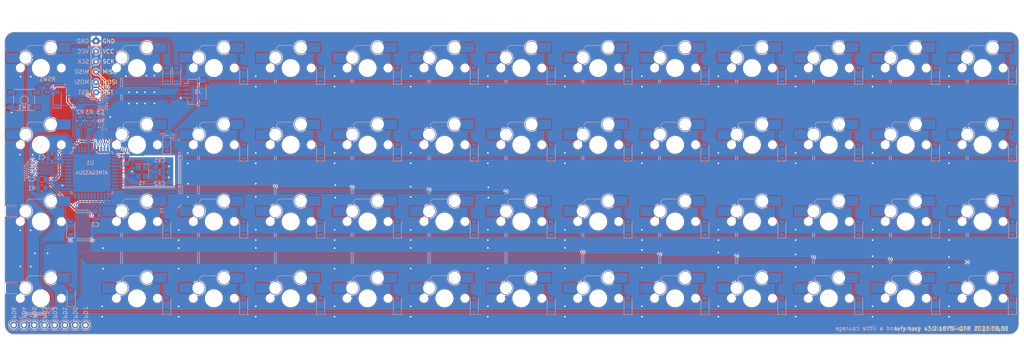
<source format=kicad_pcb>
(kicad_pcb (version 20221018) (generator pcbnew)
  (layers (0 "F.Cu" signal) (31 "B.Cu" signal) (34 "B.Paste" user) (35 "F.Paste" user) (36 "B.SilkS" user "B.Silkscreen") (37 "F.SilkS" user "F.Silkscreen") (38 "B.Mask" user) (39 "F.Mask" user) (44 "Edge.Cuts" user))
  (net 0 "")
  (net 1 "Net-(U1-UCAP)")
  (net 2 "GND")
  (net 3 "VCC")
  (net 4 "XTAL2")
  (net 5 "XTAL1")
  (net 6 "Net-(D1-A)")
  (net 7 "Net-(D2-A)")
  (net 8 "row2")
  (net 9 "Net-(D3-A)")
  (net 10 "Net-(D4-A)")
  (net 11 "Net-(D5-A)")
  (net 12 "Net-(D6-A)")
  (net 13 "Net-(D7-A)")
  (net 14 "Net-(D8-A)")
  (net 15 "Net-(D9-A)")
  (net 16 "Net-(D10-A)")
  (net 17 "Net-(D11-A)")
  (net 18 "Net-(D12-A)")
  (net 19 "Net-(D13-A)")
  (net 20 "Net-(D14-A)")
  (net 21 "Net-(D15-A)")
  (net 22 "Net-(D16-A)")
  (net 23 "Net-(D17-A)")
  (net 24 "Net-(D18-A)")
  (net 25 "Net-(D19-A)")
  (net 26 "Net-(D20-A)")
  (net 27 "Net-(D21-A)")
  (net 28 "Net-(D22-A)")
  (net 29 "Net-(D23-A)")
  (net 30 "Net-(D24-A)")
  (net 31 "Net-(D25-A)")
  (net 32 "Net-(D26-A)")
  (net 33 "Net-(D27-A)")
  (net 34 "Net-(D28-A)")
  (net 35 "Net-(D29-A)")
  (net 36 "Net-(D30-A)")
  (net 37 "Net-(D31-A)")
  (net 38 "Net-(D32-A)")
  (net 39 "Net-(D33-A)")
  (net 40 "Net-(D34-A)")
  (net 41 "Net-(D35-A)")
  (net 42 "Net-(D36-A)")
  (net 43 "Net-(D37-A)")
  (net 44 "Net-(D38-A)")
  (net 45 "Net-(D39-A)")
  (net 46 "Net-(D40-A)")
  (net 47 "Net-(D41-A)")
  (net 48 "Net-(D42-A)")
  (net 49 "Net-(D43-A)")
  (net 50 "Net-(D44-A)")
  (net 51 "Net-(D45-A)")
  (net 52 "Net-(D46-A)")
  (net 53 "Net-(D47-A)")
  (net 54 "Net-(D48-A)")
  (net 55 "Net-(D49-A)")
  (net 56 "Net-(D50-A)")
  (net 57 "Net-(D51-A)")
  (net 58 "Net-(D52-A)")
  (net 59 "col3")
  (net 60 "col4")
  (net 61 "col5")
  (net 62 "col6")
  (net 63 "col7")
  (net 64 "col8")
  (net 65 "col9")
  (net 66 "Net-(U1-~{HWB}{slash}PE2)")
  (net 67 "D+")
  (net 68 "D-")
  (net 69 "Net-(U1-D-)")
  (net 70 "Net-(U1-D+)")
  (net 71 "ISP_Reset")
  (net 73 "row3")
  (net 74 "row0")
  (net 75 "row1")
  (net 76 "extra1")
  (net 77 "extra2")
  (net 78 "extra3")
  (net 79 "extra4")
  (net 80 "extra5")
  (net 81 "extra6")
  (net 82 "extra7")
  (net 83 "extra8")
  (net 84 "col0{slash}sck")
  (net 85 "col10")
  (net 86 "col11")
  (net 87 "col12")
  (net 88 "col1{slash}mosi")
  (net 89 "col2{slash}miso")
  (footprint "Diode_SMD:D_SOD-123" (layer "B.Cu") (at 163.368756 31.425 90)
    (fp_text reference "D7")
    (fp_text value "D_Small")
  )
  (footprint "Capacitor_SMD:C_0805_2012Metric" (layer "B.Cu") (at 58.075 52.5 -90)
    (fp_text reference "C4")
    (fp_text value ".1uF")
  )
  (footprint "Resistor_SMD:R_0805_2012Metric" (layer "B.Cu") (at 38.5 34.75 -90)
    (fp_text reference "RSW1")
    (fp_text value "10k")
  )
  (footprint "Diode_SMD:D_SOD-123" (layer "B.Cu") (at 182.418756 31.425 90)
    (fp_text reference "D8")
    (fp_text value "D_Small")
  )
  (footprint "Diode_SMD:D_SOD-123" (layer "B.Cu") (at 40.95 37.4 90)
    (fp_text reference "D14")
    (fp_text value "D_Small")
  )
  (footprint "marbastlib-mx:SW_MX_HS_S_1u" (layer "B.Cu") (at 79.771942 86.915698 180)
    (fp_text reference "MX42" hide)
    (fp_text value "MX-NoLED" hide)
  )
  (footprint "Diode_SMD:D_SOD-123" (layer "B.Cu") (at 201.468756 69.55 90)
    (fp_text reference "D35")
    (fp_text value "D_Small")
  )
  (footprint "Diode_SMD:D_SOD-123" (layer "B.Cu") (at 239.568756 31.425 90)
    (fp_text reference "D11")
    (fp_text value "D_Small")
  )
  (footprint "Resistor_SMD:R_0805_2012Metric" (layer "B.Cu") (at 48.975 42.875 -90)
    (fp_text reference "R3")
    (fp_text value "22")
  )
  (footprint "marbastlib-mx:SW_MX_HS_S_1u" (layer "B.Cu") (at 194.072038 29.76565 180)
    (fp_text reference "MX9" hide)
    (fp_text value "MX-NoLED" hide)
  )
  (footprint "marbastlib-mx:SW_MX_HS_S_1u" (layer "B.Cu") (at 79.771942 29.76565 180)
    (fp_text reference "MX3" hide)
    (fp_text value "MX-NoLED" hide)
  )
  (footprint "Diode_SMD:D_SOD-123" (layer "B.Cu") (at 277.7 69.55 90)
    (fp_text reference "D39")
    (fp_text value "D_Small")
  )
  (footprint "marbastlib-mx:SW_MX_HS_S_1u" (layer "B.Cu") (at 60.721926 86.915698 180)
    (fp_text reference "MX41" hide)
    (fp_text value "MX-NoLED" hide)
  )
  (footprint "marbastlib-mx:SW_MX_HS_S_1u" (layer "B.Cu") (at 251.222086 48.815666 180)
    (fp_text reference "MX25" hide)
    (fp_text value "MX-NoLED" hide)
  )
  (footprint "marbastlib-mx:SW_MX_HS_S_1u" (layer "B.Cu") (at 194.072038 48.815666 180)
    (fp_text reference "MX22" hide)
    (fp_text value "MX-NoLED" hide)
  )
  (footprint "marbastlib-mx:SW_MX_HS_S_1u" (layer "B.Cu") (at 213.122054 86.915698 180)
    (fp_text reference "MX49" hide)
    (fp_text value "MX-NoLED" hide)
  )
  (footprint "Diode_SMD:D_SOD-123" (layer "B.Cu") (at 163.368756 88.55 90)
    (fp_text reference "D46")
    (fp_text value "D_Small")
  )
  (footprint "Diode_SMD:D_SOD-123" (layer "B.Cu") (at 44.425 86.55 90)
    (fp_text reference "D40")
    (fp_text value "D_Small")
  )
  (footprint "marbastlib-mx:SW_MX_HS_S_1u" (layer "B.Cu") (at 213.122054 29.76565 180)
    (fp_text reference "MX10" hide)
    (fp_text value "MX-NoLED" hide)
  )
  (footprint "Capacitor_SMD:C_0805_2012Metric" (layer "B.Cu") (at 66.35 54.2)
    (fp_text reference "CX1")
    (fp_text value "22pF")
  )
  (footprint "Resistor_SMD:R_0805_2012Metric" (layer "B.Cu") (at 46.675 42.875 90)
    (fp_text reference "R2")
    (fp_text value "22")
  )
  (footprint "Capacitor_SMD:C_0805_2012Metric" (layer "B.Cu") (at 39.6 51.925 180)
    (fp_text reference "C1")
    (fp_text value "10uF")
  )
  (footprint "Diode_SMD:D_SOD-123" (layer "B.Cu") (at 106.218756 31.425 90)
    (fp_text reference "D4")
    (fp_text value "D_Small")
  )
  (footprint "Crystal:Crystal_SMD_3225-4Pin_3.2x2.5mm" (layer "B.Cu") (at 61.95 55.575 -90)
    (fp_text reference "Y1")
    (fp_text value "16MHz")
  )
  (footprint "Capacitor_SMD:C_0805_2012Metric" (layer "B.Cu") (at 37.1 57.375 180)
    (fp_text reference "C2")
    (fp_text value ".1uF")
  )
  (footprint "marbastlib-mx:SW_MX_HS_S_1u" (layer "B.Cu") (at 136.92199 48.815666 180)
    (fp_text reference "MX19" hide)
    (fp_text value "MX-NoLED" hide)
  )
  (footprint "Diode_SMD:D_SOD-123" (layer "B.Cu") (at 87.168756 69.55 90)
    (fp_text reference "D29")
    (fp_text value "D_Small")
  )
  (footprint "marbastlib-mx:SW_MX_HS_S_1u" (layer "B.Cu") (at 175.022022 48.815666 180)
    (fp_text reference "MX21" hide)
    (fp_text value "MX-NoLED" hide)
  )
  (footprint "Diode_SMD:D_SOD-123" (layer "B.Cu") (at 239.568756 50.475 90)
    (fp_text reference "D24")
    (fp_text value "D_Small")
  )
  (footprint "Diode_SMD:D_SOD-123" (layer "B.Cu") (at 125.268756 69.55 90)
    (fp_text reference "D31")
    (fp_text value "D_Small")
  )
  (footprint "Diode_SMD:D_SOD-123" (layer "B.Cu") (at 144.318756 88.55 90)
    (fp_text reference "D45")
    (fp_text value "D_Small")
  )
  (footprint "Diode_SMD:D_SOD-123" (layer "B.Cu") (at 87.168756 50.475 90)
    (fp_text reference "D16")
    (fp_text value "D_Small")
  )
  (footprint "Diode_SMD:D_SOD-123" (layer "B.Cu") (at 68.118756 88.55 90)
    (fp_text reference "D41")
    (fp_text value "D_Small")
  )
  (footprint "marbastlib-mx:SW_MX_HS_S_1u" (layer "B.Cu") (at 79.771942 48.815666 180)
    (fp_text reference "MX16" hide)
    (fp_text value "MX-NoLED" hide)
  )
  (footprint "Diode_SMD:D_SOD-123" (layer "B.Cu") (at 277.675 31.425 90)
    (fp_text reference "D13")
    (fp_text value "D_Small")
  )
  (footprint "marbastlib-mx:SW_MX_HS_S_1u" (layer "B.Cu") (at 136.92199 67.865682 180)
    (fp_text reference "MX32" hide)
    (fp_text value "MX-NoLED" hide)
  )
  (footprint "Diode_SMD:D_SOD-123" (layer "B.Cu") (at 220.518756 88.55 90)
    (fp_text reference "D49")
    (fp_text value "D_Small")
  )
  (footprint "marbastlib-mx:SW_MX_HS_S_1u" (layer "B.Cu") (at 175.022022 29.76565 180)
    (fp_text reference "MX8" hide)
    (fp_text value "MX-NoLED" hide)
  )
  (footprint "Diode_SMD:D_SOD-123" (layer "B.Cu") (at 258.625 88.55 90)
    (fp_text reference "D51")
    (fp_text value "D_Small")
  )
  (footprint "Diode_SMD:D_SOD-123" (layer "B.Cu") (at 239.568756 88.55 90)
    (fp_text reference "D50")
    (fp_text value "D_Small")
  )
  (footprint "Capacitor_SMD:C_0805_2012Metric" (layer "B.Cu") (at 51.6 42.875 90)
    (fp_text reference "C5")
    (fp_text value "1uF")
  )
  (footprint "Diode_SMD:D_SOD-123" (layer "B.Cu") (at 277.668748 88.55 90)
    (fp_text reference "D52")
    (fp_text value "D_Small")
  )
  (footprint "marbastlib-mx:SW_MX_HS_S_1u" (layer "B.Cu") (at 155.972006 67.865682 180)
    (fp_text reference "MX33" hide)
    (fp_text value "MX-NoLED" hide)
  )
  (footprint "Diode_SMD:D_SOD-123" (layer "B.Cu") (at 239.568756 69.55 90)
    (fp_text reference "D37")
    (fp_text value "D_Small")
  )
  (footprint "Diode_SMD:D_SOD-123" (layer "B.Cu") (at 87.168756 31.425 90)
    (fp_text reference "D3")
    (fp_text value "D_Small")
  )
  (footprint "Capacitor_SMD:C_0805_2012Metric" (layer "B.Cu") (at 50.45 66.3 -90)
    (fp_text reference "C3")
    (fp_text value ".1uF")
  )
  (footprint "marbastlib-mx:SW_MX_HS_S_1u" (layer "B.Cu") (at 232.17207 67.865682 180)
    (fp_text reference "MX37" hide)
    (fp_text value "MX-NoLED" hide)
  )
  (footprint "Diode_SMD:D_SOD-123" (layer "B.Cu") (at 125.268756 50.475 90)
    (fp_text reference "D18")
    (fp_text value "D_Small")
  )
  (footprint "Diode_SMD:D_SOD-123" (layer "B.Cu") (at 68.118756 69.55 90)
    (fp_text reference "D28")
    (fp_text value "D_Small")
  )
  (footprint "marbastlib-mx:SW_MX_HS_S_1u" (layer "B.Cu") (at 175.022022 67.865682 180)
    (fp_text reference "MX34" hide)
    (fp_text value "MX-NoLED" hide)
  )
  (footprint "marbastlib-mx:SW_MX_HS_S_1u" (layer "B.Cu") (at 60.721926 67.865682 180)
    (fp_text reference "MX28" hide)
    (fp_text value "MX-NoLED" hide)
  )
  (footprint "marbastlib-mx:SW_MX_HS_S_1u" (layer "B.Cu") (at 175.022022 86.915698 180)
    (fp_text reference "MX47" hide)
    (fp_text value "MX-NoLED" hide)
  )
  (footprint "Diode_SMD:D_SOD-123" (layer "B.Cu") (at 144.318756 69.55 90)
    (fp_text reference "D32")
    (fp_text value "D_Small")
  )
  (footprint "marbastlib-mx:SW_MX_HS_S_1u" (layer "B.Cu") (at 136.92199 86.915698 180)
    (fp_text reference "MX45" hide)
    (fp_text value "MX-NoLED" hide)
  )
  (footprint "Diode_SMD:D_SOD-123" (layer "B.Cu") (at 125.268756 31.425 90)
    (fp_text reference "D5")
    (fp_text value "D_Small")
  )
  (footprint "marbastlib-mx:SW_MX_HS_S_1u" (layer "B.Cu") (at 98.821958 29.76565 180)
    (fp_text reference "MX4" hide)
    (fp_text value "MX-NoLED" hide)
  )
  (footprint "Diode_SMD:D_SOD-123" (layer "B.Cu") (at 44.306252 69.55 90)
    (fp_text reference "D27")
    (fp_text value "D_Small")
  )
  (footprint "marbastlib-mx:SW_MX_HS_S_1u" (layer "B.Cu") (at 79.771942 67.865682 180)
    (fp_text reference "MX29" hide)
    (fp_text value "MX-NoLED" hide)
  )
  (footprint "marbastlib-mx:SW_MX_HS_S_1u" (layer "B.Cu") (at 155.972006 29.76565 180)
    (fp_text reference "MX7" hide)
    (fp_text value "MX-NoLED" hide)
  )
  (footprint "Diode_SMD:D_SOD-123" (layer "B.Cu") (at 201.468756 88.55 90)
    (fp_text reference "D48")
    (fp_text value "D_Small")
  )
  (footprint "Diode_SMD:D_SOD-123" (layer "B.Cu") (at 182.418756 69.55 90)
    (fp_text reference "D34")
    (fp_text value "D_Small")
  )
  (footprint "marbastlib-mx:SW_MX_HS_S_1u" (layer "B.Cu") (at 117.871974 48.815666 180)
    (fp_text reference "MX18" hide)
    (fp_text value "MX-NoLED" hide)
  )
  (footprint "Diode_SMD:D_SOD-123" (layer "B.Cu") (at 163.368756 50.475 90)
    (fp_text reference "D20")
    (fp_text value "D_Small")
  )
  (footprint "marbastlib-mx:SW_MX_HS_S_1u" (layer "B.Cu") (at 270.272102 67.865682 180)
    (fp_text reference "MX39" hide)
    (fp_text value "MX-NoLED" hide)
  )
  (footprint "Connector_JST:JST_SH_SM04B-SRSS-TB_1x04-1MP_P1.00mm_Horizontal" (layer "B.Cu") (at 75.175 35.675 -90)
    (fp_text reference "J3")
    (fp_text value "4PIN")
  )
  (footprint "marbastlib-mx:SW_MX_HS_S_1u" (layer "B.Cu") (at 232.17207 48.815666 180)
    (fp_text reference "MX24" hide)
    (fp_text value "MX-NoLED" hide)
  )
  (footprint "Diode_SMD:D_SOD-123" (layer "B.Cu") (at 144.318756 50.475 90)
    (fp_text reference "D19")
    (fp_text value "D_Small")
  )
  (footprint "marbastlib-mx:SW_MX_HS_S_1u" (layer "B.Cu") (at 98.821958 86.915698 180)
    (fp_text reference "MX43" hide)
    (fp_text value "MX-NoLED" hide)
  )
  (footprint "marbastlib-mx:SW_MX_HS_S_1u" (layer "B.Cu") (at 270.272102 29.76565 180)
    (fp_text reference "MX13" hide)
    (fp_text value "MX-NoLED" hide)
  )
  (footprint "marbastlib-mx:SW_MX_HS_S_1u" (layer "B.Cu") (at 136.92199 29.76565 180)
    (fp_text reference "MX6" hide)
    (fp_text value "MX-NoLED" hide)
  )
  (footprint "marbastlib-mx:SW_MX_HS_S_1u" (layer "B.Cu") (at 213.122054 67.865682 180)
    (fp_text reference "MX36" hide)
    (fp_text value "MX-NoLED" hide)
  )
  (footprint "Resistor_SMD:R_0805_2012Metric" (layer "B.Cu") (at 37.1 59.575)
    (fp_text reference "R1")
    (fp_text value "10k")
  )
  (footprint "Connector_PinSocket_2.54mm:PinSocket_1x08_P2.54mm_Vertical" (layer "B.Cu") (at 30.19 93.575 -90)
    (fp_text reference "J5")
    (fp_text value "Conn_01x08")
  )
  (footprint "Diode_SMD:D_SOD-123" (layer "B.Cu") (at 144.318756 31.425 90)
    (fp_text reference "D6")
    (fp_text value "D_Small")
  )
  (footprint "marbastlib-mx:SW_MX_HS_S_1u" (layer "B.Cu") (at 98.821958 67.865682 180)
    (fp_text reference "MX30" hide)
    (fp_text value "MX-NoLED" hide)
  )
  (footprint "Diode_SMD:D_SOD-123" (layer "B.Cu") (at 258.625 31.425 90)
    (fp_text reference "D12")
    (fp_text value "D_Small")
  )
  (footprint "Diode_SMD:D_SOD-123" (layer "B.Cu") (at 106.218756 69.55 90)
    (fp_text reference "D30")
    (fp_text value "D_Small")
  )
  (footprint "Diode_SMD:D_SOD-123" (layer "B.Cu") (at 68.113756 31.425 90)
    (fp_text reference "D2")
    (fp_text value "D_Small")
  )
  (footprint "Capacitor_SMD:C_0805_2012Metric" (layer "B.Cu") (at 66.35 56.9)
    (fp_text reference "CX2")
    (fp_text value "22pF")
  )
  (footprint "marbastlib-mx:SW_MX_HS_S_1u" (layer "B.Cu") (at 194.072038 67.865682 180)
    (fp_text reference "MX35" hide)
    (fp_text value "MX-NoLED" hide)
  )
  (footprint "marbastlib-mx:SW_MX_HS_S_1u" (layer "B.Cu") (at 60.721926 48.815666 180)
    (fp_text reference "MX15" hide)
    (fp_text value "MX-NoLED" hide)
  )
  (footprint "marbastlib-mx:SW_MX_HS_S_1u" (layer "B.Cu") (at 194.072038 86.915698 180)
    (fp_text reference "MX48" hide)
    (fp_text value "MX-NoLED" hide)
  )
  (footprint "Diode_SMD:D_SOD-123" (layer "B.Cu") (at 163.368756 69.55 90)
    (fp_text reference "D33")
    (fp_text value "D_Small")
  )
  (footprint "marbastlib-mx:SW_MX_HS_S_1u" (layer "B.Cu") (at 117.871974 67.865682 180)
    (fp_text reference "MX31" hide)
    (fp_text value "MX-NoLED" hide)
  )
  (footprint "Diode_SMD:D_SOD-123" (layer "B.Cu") (at 201.468756 50.475 90)
    (fp_text reference "D22")
    (fp_text value "D_Small")
  )
  (footprint "marbastlib-mx:SW_MX_HS_S_1u" (layer "B.Cu") (at 98.821958 48.815666 180)
    (fp_text reference "MX17" hide)
    (fp_text value "MX-NoLED" hide)
  )
  (footprint "Diode_SMD:D_SOD-123" (layer "B.Cu") (at 220.518756 69.55 90)
    (fp_text reference "D36")
    (fp_text value "D_Small")
  )
  (footprint "marbastlib-mx:SW_MX_HS_S_1u" (layer "B.Cu") (at 251.222086 86.915698 180)
    (fp_text reference "MX51" hide)
    (fp_text value "MX-NoLED" hide)
  )
  (footprint "Package_QFP:TQFP-44_10x10mm_P0.8mm" (layer "B.Cu") (at 49.5 55.75 -90)
    (fp_text reference "U1")
    (fp_text value "ATmega32U4-A")
  )
  (footprint "marbastlib-mx:SW_MX_HS_S_1u" (layer "B.Cu") (at 117.871974 86.915698 180)
    (fp_text reference "MX44" hide)
    (fp_text value "MX-NoLED" hide)
  )
  (footprint "marbastlib-mx:SW_MX_HS_S_1u" (layer "B.Cu") (at 36.909406 67.865682 180)
    (fp_text reference "MX27" hide)
    (fp_text value "MX-NoLED" hide)
  )
  (footprint "marbastlib-mx:SW_MX_HS_S_1u" (layer "B.Cu") (at 36.909406 86.915698 180)
    (fp_text reference "MX40" hide)
    (fp_text value "MX-NoLED" hide)
  )
  (footprint "marbastlib-mx:SW_MX_HS_S_1u" (layer "B.Cu") (at 251.222086 29.76565 180)
    (fp_text reference "MX12" hide)
    (fp_text value "MX-NoLED" hide)
  )
  (footprint "Diode_SMD:D_SOD-123" (layer "B.Cu") (at 106.218756 88.55 90)
    (fp_text reference "D43")
    (fp_text value "D_Small")
  )
  (footprint "Diode_SMD:D_SOD-123" (layer "B.Cu") (at 182.418756 88.55 90)
    (fp_text reference "D47")
    (fp_text value "D_Small")
  )
  (footprint "marbastlib-mx:SW_MX_HS_S_1u" (layer "B.Cu") (at 232.17207 29.76565 180)
    (fp_text reference "MX11" hide)
    (fp_text value "MX-NoLED" hide)
  )
  (footprint "Diode_SMD:D_SOD-123" (layer "B.Cu") (at 201.468756 31.425 90)
    (fp_text reference "D9")
    (fp_text value "D_Small")
  )
  (footprint "marbastlib-mx:SW_MX_HS_S_1u" (layer "B.Cu") (at 213.122054 48.815666 180)
    (fp_text reference "MX23" hide)
    (fp_text value "MX-NoLED" hide)
  )
  (footprint "marbastlib-mx:SW_MX_HS_S_1u" (layer "B.Cu") (at 270.272102 86.915698 180)
    (fp_text reference "MX52" hide)
    (fp_text value "MX-NoLED" hide)
  )
  (footprint "Diode_SMD:D_SOD-123" (layer "B.Cu") (at 70.575 31.4025 90)
    (fp_text reference "D1")
    (fp_text value "D_Small")
  )
  (footprint "Diode_SMD:D_SOD-123" (layer "B.Cu") (at 182.418756 50.475 90)
    (fp_text reference "D21")
    (fp_text value "D_Small")
  )
  (footprint "marbastlib-mx:SW_MX_HS_S_1u" (layer "B.Cu") (at 60.721926 29.76565 180)
    (fp_text reference "MX2" hide)
    (fp_text value "MX-NoLED" hide)
  )
  (footprint "marbastlib-mx:SW_MX_HS_S_1u" (layer "B.Cu") (at 232.17207 86.915698 180)
    (fp_text reference "MX50" hide)
    (fp_text value "MX-NoLED" hide)
  )
  (footprint "Diode_SMD:D_SOD-123" (layer "B.Cu") (at 258.618756 69.55 90)
    (fp_text reference "D38")
    (fp_text value "D_Small")
  )
  (footprint "marbastlib-mx:SW_MX_HS_S_1u" (layer "B.Cu") (at 155.972006 48.815666 180)
    (fp_text reference "MX20" hide)
    (fp_text value "MX-NoLED" hide)
  )
  (footprint "marbastlib-mx:SW_MX_HS_S_1u" (layer "B.Cu") (at 270.272102 48.815666 180)
    (fp_text reference "MX26" hide)
    (fp_text value "MX-NoLED" hide)
  )
  (footprint "Diode_SMD:D_SOD-123" (layer "B.Cu") (at 68.118756 48.725 90)
    (fp_text reference "D15")
    (fp_text value "D_Small")
  )
  (footprint "marbastlib-mx:SW_MX_HS_S_1u" (layer "B.Cu") (at 36.909406 29.76565 180)
    (fp_text reference "MX1" hide)
    (fp_text value "MX-NoLED" hide)
  )
  (footprint "acheron_Connectors:PinHeader_1x6_P2.54mm_Vertical" (layer "B.Cu") (at 50.575 29.45 180)
    (fp_text reference "J2" hide)
    (fp_text value "AVR-ISP-6_mod" hide)
  )
  (footprint "random-keyboard-parts:SKQG-1155865" (layer "B.Cu") (at 32.775 37.675 180)
    (fp_text reference "SW1")
    (fp_text value "SW_PUSH")
  )
  (footprint "Diode_SMD:D_SOD-123" (layer "B.Cu") (at 220.518756 50.475 90)
    (fp_text reference "D23")
    (fp_text value "D_Small")
  )
  (footprint "Diode_SMD:D_SOD-123" (layer "B.Cu") (at 258.625 50.475 90)
    (fp_text reference "D25")
    (fp_text value "D_Small")
  )
  (footprint "Diode_SMD:D_SOD-123" (layer "B.Cu") (at 87.168756 88.55 90)
    (fp_text reference "D42")
    (fp_text value "D_Small")
  )
  (footprint "Diode_SMD:D_SOD-123" (layer "B.Cu") (at 277.675 50.475 90)
    (fp_text reference "D26")
    (fp_text value "D_Small")
  )
  (footprint "marbastlib-mx:SW_MX_HS_S_1u" (layer "B.Cu") (at 251.222086 67.865682 180)
    (fp_text reference "MX38" hide)
    (fp_text value "MX-NoLED" hide)
  )
  (footprint "Diode_SMD:D_SOD-123" (layer "B.Cu") (at 220.518756 31.425 90)
    (fp_text reference "D10")
    (fp_text value "D_Small")
  )
  (footprint "marbastlib-mx:SW_MX_HS_S_1u" (layer "B.Cu") (at 117.871974 29.76565 180)
    (fp_text reference "MX5" hide)
    (fp_text value "MX-NoLED" hide)
  )
  (footprint "Diode_SMD:D_SOD-123" (layer "B.Cu") (at 125.268756 88.55 90)
    (fp_text reference "D44")
    (fp_text value "D_Small")
  )
  (footprint "Diode_SMD:D_SOD-123" (layer "B.Cu") (at 106.218756 50.475 90)
    (fp_text reference "D17")
    (fp_text value "D_Small")
  )
  (footprint "marbastlib-mx:SW_MX_HS_S_1u" (layer "B.Cu") (at 155.972006 86.915698 180)
    (fp_text reference "MX46" hide)
    (fp_text value "MX-NoLED" hide)
  )
  (footprint "marbastlib-mx:SW_MX_HS_S_1u" (layer "B.Cu") (at 36.909406 48.815666 180)
    (fp_text reference "MX14" hide)
    (fp_text value "MX-NoLED" hide)
  )
  (gr_arc (start 279.201797 93.464141) (mid 278.50433 95.147913) (end 276.820545 95.845393) (stroke (width 0.1)) (layer "Edge.Cuts"))
  (gr_line (start 279.201798 23.217206) (end 279.201797 93.464141) (stroke (width 0.1)) (layer "Edge.Cuts"))
  (gr_line (start 27.979711 93.464141) (end 27.979711 23.217207) (stroke (width 0.1)) (layer "Edge.Cuts"))
  (gr_arc (start 276.820546 20.835954) (mid 278.504345 21.533406) (end 279.201798 23.217206) (stroke (width 0.1)) (layer "Edge.Cuts"))
  (gr_line (start 276.820545 95.845393) (end 30.360963 95.845393) (stroke (width 0.1)) (layer "Edge.Cuts"))
  (gr_arc (start 27.979711 23.217207) (mid 28.677162 21.533407) (end 30.360963 20.835955) (stroke (width 0.1)) (layer "Edge.Cuts"))
  (gr_line (start 30.360963 20.835955) (end 276.820546 20.835954) (stroke (width 0.1)) (layer "Edge.Cuts"))
  (gr_arc (start 30.360963 95.845393) (mid 28.677142 95.147947) (end 27.979711 93.464141) (stroke (width 0.1)) (layer "Edge.Cuts"))
  (gr_text "anything is possible with a dremel and a little courage" (at 255.15 94.375) (layer "B.SilkS") (effects (font (size 1 1)) (justify mirror)))
  (gr_text "lefy lucy v3.2.1875-QFP 2023.08.02" (at 248.425 95.025) (layer "F.SilkS") (effects (font (size 1 1)) (justify left bottom)))
  (segment (start 51.6 43.825) (end 49.5 45.925) (width 0.254) (layer "B.Cu") (net 1))
  (segment (start 49.5 45.925) (end 49.5 50.05) (width 0.254) (layer "B.Cu") (net 1))
  (segment (start 109.7 74.45) (end 109.7 79.55) (width 0.254) (layer "F.Cu") (net 2))
  (segment (start 223.95 50.825) (end 223.95 53.4) (width 0.254) (layer "F.Cu") (net 2))
  (segment (start 147.675 31.8) (end 147.675 34.375) (width 0.254) (layer "F.Cu") (net 2))
  (segment (start 73.3 50.85) (end 73.3 53.425) (width 0.254) (layer "F.Cu") (net 2))
  (segment (start 90.175 50.825) (end 90.175 53.4) (width 0.254) (layer "F.Cu") (net 2))
  (segment (start 261.975 31.8) (end 261.975 34.375) (width 0.254) (layer "F.Cu") (net 2))
  (segment (start 90.175 58.475) (end 90.175 61.75) (width 0.254) (layer "F.Cu") (net 2))
  (segment (start 31.8 70.05) (end 34.375 70.05) (width 0.254) (layer "F.Cu") (net 2))
  (segment (start 223.95 31.8) (end 223.95 34.375) (width 0.254) (layer "F.Cu") (net 2))
  (segment (start 58.7 35.775) (end 58.7 38.575) (width 0.254) (layer "F.Cu") (net 2))
  (segment (start 204.8 50.825) (end 204.8 53.4) (width 0.254) (layer "F.Cu") (net 2))
  (segment (start 147.675 50.825) (end 147.675 53.4) (width 0.254) (layer "F.Cu") (net 2))
  (segment (start 243 31.8) (end 243 34.375) (width 0.254) (layer "F.Cu") (net 2))
  (segment (start 31.725 51.275) (end 34.875 51.275) (width 0.254) (layer "F.Cu") (net 2))
  (segment (start 109.7 69.9) (end 109.7 72.475) (width 0.254) (layer "F.Cu") (net 2))
  (segment (start 109.7 88.9) (end 109.7 91.475) (width 0.254) (layer "F.Cu") (net 2))
  (segment (start 90.175 88.9) (end 90.175 91.475) (width 0.254) (layer "F.Cu") (net 2))
  (segment (start 223.95 69.9) (end 223.95 72.475) (width 0.254) (layer "F.Cu") (net 2))
  (segment (start 128.575 88.9) (end 128.575 91.475) (width 0.254) (layer "F.Cu") (net 2))
  (segment (start 243 69.9) (end 243 72.475) (width 0.254) (layer "F.Cu") (net 2))
  (segment (start 223.95 76.025) (end 223.95 79.125) (width 0.254) (layer "F.Cu") (net 2))
  (segment (start 204.8 69.9) (end 204.8 72.475) (width 0.254) (layer "F.Cu") (net 2))
  (segment (start 60.7 35.775) (end 60.7 38.575) (width 0.254) (layer "F.Cu") (net 2))
  (segment (start 147.675 88.9) (end 147.675 91.475) (width 0.254) (layer "F.Cu") (net 2))
  (segment (start 204.8 31.8) (end 204.8 34.375) (width 0.254) (layer "F.Cu") (net 2))
  (segment (start 185.85 74.9) (end 185.85 79.3) (width 0.254) (layer "F.Cu") (net 2))
  (segment (start 185.85 31.8) (end 185.85 34.375) (width 0.254) (layer "F.Cu") (net 2))
  (segment (start 52.1 88.9) (end 52.1 91.475) (width 0.254) (layer "F.Cu") (net 2))
  (segment (start 128.55 74.425) (end 128.55 79.525) (width 0.254) (layer "F.Cu") (net 2))
  (segment (start 65.05 35.775) (end 65.05 38.575) (width 0.254) (layer "F.Cu") (net 2))
  (segment (start 243 50.825) (end 243 53.4) (width 0.254) (layer "F.Cu") (net 2))
  (segment (start 62.725 32) (end 63.075 31.65) (width 0.254) (layer "F.Cu") (net 2))
  (segment (start 58.7 35.775) (end 58.7 32.475) (width 0.254) (layer "F.Cu") (net 2))
  (segment (start 147.675 69.9) (end 147.675 72.475) (width 0.254) (layer "F.Cu") (net 2))
  (segment (start 166.775 88.9) (end 166.775 91.475) (width 0.254) (layer "F.Cu") (net 2))
  (segment (start 35.425 75.725) (end 38.575 75.725) (width 0.254) (layer "F.Cu") (net 2))
  (segment (start 62.725 35.775) (end 62.725 32) (width 0.254) (layer "F.Cu") (net 2))
  (segment (start 128.575 50.825) (end 128.575 53.4) (width 0.254) (layer "F.Cu") (net 2))
  (segment (start 261.975 50.825) (end 261.975 53.4) (width 0.254) (layer "F.Cu") (net 2))
  (segment (start 109.7 31.8) (end 109.7 34.375) (width 0.254) (layer "F.Cu") (net 2))
  (segment (start 185.85 69.9) (end 185.85 72.475) (width 0.254) (layer "F.Cu") (net 2))
  (segment (start 90.175 74.425) (end 90.175 79.525) (width 0.254) (layer "F.Cu") (net 2))
  (segment (start 31.85 31.9) (end 34.425 31.9) (width 0.254) (layer "F.Cu") (net 2))
  (segment (start 71.075 74.45) (end 71.075 79.55) (width 0.254) (layer "F.Cu") (net 2))
  (segment (start 204.8 88.9) (end 204.8 91.475) (width 0.254) (layer "F.Cu") (net 2))
  (segment (start 261.975 88.9) (end 261.975 91.475) (width 0.254) (layer "F.Cu") (net 2))
  (segment (start 261.975 69.9) (end 261.975 72.475) (width 0.254) (layer "F.Cu") (net 2))
  (segment (start 185.85 88.9) (end 185.85 91.475) (width 0.254) (layer "F.Cu") (net 2))
  (segment (start 166.775 50.825) (end 166.775 53.4) (width 0.254) (layer "F.Cu") (net 2))
  (segment (start 147.675 74.4) (end 147.675 79.5) (width 0.254) (layer "F.Cu") (net 2))
  (segment (start 71.075 88.925) (end 71.075 91.5) (width 0.254) (layer "F.Cu") (net 2))
  (segment (start 52.325 74.45) (end 52.325 79.55) (width 0.254) (layer "F.Cu") (net 2))
  (segment (start 71.075 69.925) (end 71.075 72.5) (width 0.254) (layer "F.Cu") (net 2))
  (segment (start 204.8 75.55) (end 204.8 79.2) (width 0.254) (layer "F.Cu") (net 2))
  (segment (start 90.175 31.8) (end 90.175 34.375) (width 0.254) (layer "F.Cu") (net 2))
  (segment (start 58.7 32.475) (end 58 31.775) (width 0.254) (layer "F.Cu") (net 2))
  (segment (start 166.775 69.9) (end 166.775 72.475) (width 0.254) (layer "F.Cu") (net 2))
  (segment (start 223.95 88.9) (end 223.95 91.475) (width 0.254) (layer "F.Cu") (net 2))
  (segment (start 166.775 74.4) (end 166.775 79.5) (width 0.254) (layer "F.Cu") (net 2))
  (segment (start 73.325 58.4875) (end 73.325 61.7625) (width 0.254) (layer "F.Cu") (net 2))
  (segment (start 243 88.9) (end 243 91.475) (width 0.254) (layer "F.Cu") (net 2))
  (segment (start 31.825 79.025) (end 34.4 79.025) (width 0.254) (layer "F.Cu") (net 2))
  (segment (start 243 76.475) (end 243 79.05) (width 0.254) (layer "F.Cu") (net 2))
  (segment (start 185.85 50.825) (end 185.85 53.4) (width 0.254) (layer "F.Cu") (net 2))
  (segment (start 109.7 50.825) (end 109.7 53.4) (width 0.254) (layer "F.Cu") (net 2))
  (segment (start 65.05 35.775) (end 65.05 31.625) (width 0.254) (layer "F.Cu") (net 2))
  (segment (start 62.725 35.775) (end 62.725 38.575) (width 0.254) (layer "F.Cu") (net 2))
  (segment (start 128.575 69.9) (end 128.575 72.475) (width 0.254) (layer "F.Cu") (net 2))
  (segment (start 128.575 59.2) (end 128.575 61.775) (width 0.254) (layer "F.Cu") (net 2))
  (segment (start 90.175 69.9) (end 90.175 72.475) (width 0.254) (layer "F.Cu") (net 2))
  (segment (start 261.975 76.675) (end 261.975 79.25) (width 0.254) (layer "F.Cu") (net 2))
  (segment (start 109.875 61.925) (end 109.875 58.825) (width 0.254) (layer "F.Cu") (net 2))
  (segment (start 166.775 31.8) (end 166.775 34.375) (width 0.254) (layer "F.Cu") (net 2))
  (segment (start 147.8 59.375) (end 147.8 61.95) (width 0.254) (layer "F.Cu") (net 2))
  (segment (start 128.575 31.8) (end 128.575 34.375) (width 0.254) (layer "F.Cu") (net 2))
  (via (at 128.575 50.825) (size 0.8128) (drill 0.4064) (layers "F.Cu" "B.Cu") (net 2))
  (via (at 243 69.9) (size 0.8128) (drill 0.4064) (layers "F.Cu" "B.Cu") (net 2))
  (via (at 42.2738 58.925) (size 0.8128) (drill 0.4064) (layers "F.Cu" "B.Cu") (net 2))
  (via (at 71.075 74.45) (size 0.8128) (drill 0.4064) (layers "F.Cu" "B.Cu") (net 2))
  (via (at 128.575 59.2) (size 0.8128) (drill 0.4064) (layers "F.Cu" "B.Cu") (net 2))
  (via (at 68.625 56.9) (size 0.8128) (drill 0.4064) (layers "F.Cu" "B.Cu") (net 2))
  (via (at 261.975 31.8) (size 0.8128) (drill 0.4064) (layers "F.Cu" "B.Cu") (net 2))
  (via (at 147.675 79.5) (size 0.8128) (drill 0.4064) (layers "F.Cu" "B.Cu") (net 2))
  (via (at 261.975 53.4) (size 0.8128) (drill 0.4064) (layers "F.Cu" "B.Cu") (net 2))
  (via (at 166.775 31.8) (size 0.8128) (drill 0.4064) (layers "F.Cu" "B.Cu") (net 2))
  (via (at 185.85 69.9) (size 0.8128) (drill 0.4064) (layers "F.Cu" "B.Cu") (net 2))
  (via (at 204.8 50.825) (size 0.8128) (drill 0.4064) (layers "F.Cu" "B.Cu") (net 2))
  (via (at 73.325 61.7625) (size 0.8128) (drill 0.4064) (layers "F.Cu" "B.Cu") (net 2))
  (via (at 185.85 79.3) (size 0.8128) (drill 0.4064) (layers "F.Cu" "B.Cu") (net 2))
  (via (at 58 31.775) (size 0.8128) (drill 0.4064) (layers "F.Cu" "B.Cu") (net 2))
  (via (at 261.975 72.475) (size 0.8128) (drill 0.4064) (layers "F.Cu" "B.Cu") (net 2))
  (via (at 31.8 70.05) (size 0.8128) (drill 0.4064) (layers "F.Cu" "B.Cu") (net 2))
  (via (at 261.975 79.25) (size 0.8128) (drill 0.4064) (layers "F.Cu" "B.Cu") (net 2))
  (via (at 204.8 88.9) (size 0.8128) (drill 0.4064) (layers "F.Cu" "B.Cu") (net 2))
  (via (at 147.675 72.475) (size 0.8128) (drill 0.4064) (layers "F.Cu" "B.Cu") (net 2))
  (via (at 223.95 72.475) (size 0.8128) (drill 0.4064) (layers "F.Cu" "B.Cu") (net 2))
  (via (at 58.7 38.575) (size 0.8128) (drill 0.4064) (layers "F.Cu" "B.Cu") (net 2))
  (via (at 54.125 41.925) (size 0.8128) (drill 0.4064) (layers "F.Cu" "B.Cu") (net 2))
  (via (at 71.075 79.55) (size 0.8128) (drill 0.4064) (layers "F.Cu" "B.Cu") (net 2))
  (via (at 261.975 76.675) (size 0.8128) (drill 0.4064) (layers "F.Cu" "B.Cu") (net 2))
  (via (at 166.775 53.4) (size 0.8128) (drill 0.4064) (layers "F.Cu" "B.Cu") (net 2))
  (via (at 65.05 31.625) (size 0.8128) (drill 0.4064) (layers "F.Cu" "B.Cu") (net 2))
  (via (at 34.375 70.05) (size 0.8128) (drill 0.4064) (layers "F.Cu" "B.Cu") (net 2))
  (via (at 204.8 72.475) (size 0.8128) (drill 0.4064) (layers "F.Cu" "B.Cu") (net 2))
  (via (at 90.175 91.475) (size 0.8128) (drill 0.4064) (layers "F.Cu" "B.Cu") (net 2))
  (via (at 204.8 34.375) (size 0.8128) (drill 0.4064) (layers "F.Cu" "B.Cu") (net 2))
  (via (at 261.975 69.9) (size 0.8128) (drill 0.4064) (layers "F.Cu" "B.Cu") (net 2))
  (via (at 204.8 79.2) (size 0.8128) (drill 0.4064) (layers "F.Cu" "B.Cu") (net 2))
  (via (at 166.775 69.9) (size 0.8128) (drill 0.4064) (layers "F.Cu" "B.Cu") (net 2))
  (via (at 147.675 53.4) (size 0.8128) (drill 0.4064) (layers "F.Cu" "B.Cu") (net 2))
  (via (at 109.7 31.8) (size 0.8128) (drill 0.4064) (layers "F.Cu" "B.Cu") (net 2))
  (via (at 109.7 50.825) (size 0.8128) (drill 0.4064) (layers "F.Cu" "B.Cu") (net 2))
  (via (at 261.975 50.825) (size 0.8128) (drill 0.4064) (layers "F.Cu" "B.Cu") (net 2))
  (via (at 109.7 74.45) (size 0.8128) (drill 0.4064) (layers "F.Cu" "B.Cu") (net 2))
  (via (at 166.775 74.4) (size 0.8128) (drill 0.4064) (layers "F.Cu" "B.Cu") (net 2))
  (via (at 60.7 35.775) (size 0.8128) (drill 0.4064) (layers "F.Cu" "B.Cu") (net 2))
  (via (at 204.8 53.4) (size 0.8128) (drill 0.4064) (layers "F.Cu" "B.Cu") (net 2))
  (via (at 71.075 72.5) (size 0.8128) (drill 0.4064) (layers "F.Cu" "B.Cu") (net 2))
  (via (at 185.85 50.825) (size 0.8128) (drill 0.4064) (layers "F.Cu" "B.Cu") (net 2))
  (via (at 58.7 35.775) (size 0.8128) (drill 0.4064) (layers "F.Cu" "B.Cu") (net 2))
  (via (at 59.5 55.45) (size 0.8128) (drill 0.4064) (layers "F.Cu" "B.Cu") (net 2))
  (via (at 166.775 88.9) (size 0.8128) (drill 0.4064) (layers "F.Cu" "B.Cu") (net 2))
  (via (at 261.975 88.9) (size 0.8128) (drill 0.4064) (layers "F.Cu" "B.Cu") (net 2))
  (via (at 65.05 38.575) (size 0.8128) (drill 0.4064) (layers "F.Cu" "B.Cu") (net 2))
  (via (at 243 76.475) (size 0.8128) (drill 0.4064) (layers "F.Cu" "B.Cu") (net 2))
  (via (at 109.7 72.475) (size 0.8128) (drill 0.4064) (layers "F.Cu" "B.Cu") (net 2))
  (via (at 223.95 50.825) (size 0.8128) (drill 0.4064) (layers "F.Cu" "B.Cu") (net 2))
  (via (at 243 72.475) (size 0.8128) (drill 0.4064) (layers "F.Cu" "B.Cu") (net 2))
  (via (at 52.325 79.55) (size 0.8128) (drill 0.4064) (layers "F.Cu" "B.Cu") (net 2))
  (via (at 185.85 74.9) (size 0.8128) (drill 0.4064) (layers "F.Cu" "B.Cu") (net 2))
  (via (at 73.3 50.85) (size 0.8128) (drill 0.4064) (layers "F.Cu" "B.Cu") (net 2))
  (via (at 128.575 31.8) (size 0.8128) (drill 0.4064) (layers "F.Cu" "B.Cu") (net 2))
  (via (at 204.8 75.55) (size 0.8128) (drill 0.4064) (layers "F.Cu" "B.Cu") (net 2))
  (via (at 185.85 88.9) (size 0.8128) (drill 0.4064) (layers "F.Cu" "B.Cu") (net 2))
  (via (at 52.325 74.45) (size 0.8128) (drill 0.4064) (layers "F.Cu" "B.Cu") (net 2))
  (via (at 185.85 72.475) (size 0.8128) (drill 0.4064) (layers "F.Cu" "B.Cu") (net 2))
  (via (at 90.175 58.475) (size 0.8128) (drill 0.4064) (layers "F.Cu" "B.Cu") (net 2))
  (via (at 35.425 75.725) (size 0.8128) (drill 0.4064) (layers "F.Cu" "B.Cu") (net 2))
  (via (at 128.55 79.525) (size 0.8128) (drill 0.4064) (layers "F.Cu" "B.Cu") (net 2))
  (via (at 109.7 88.9) (size 0.8128) (drill 0.4064) (layers "F.Cu" "B.Cu") (net 2))
  (via (at 166.775 34.375) (size 0.8128) (drill 0.4064) (layers "F.Cu" "B.Cu") (net 2))
  (via (at 34.4 79.025) (size 0.8128) (drill 0.4064) (layers "F.Cu" "B.Cu") (net 2))
  (via (at 261.975 91.475) (size 0.8128) (drill 0.4064) (layers "F.Cu" "B.Cu") (net 2))
  (via (at 109.7 34.375) (size 0.8128) (drill 0.4064) (layers "F.Cu" "B.Cu") (net 2))
  (via (at 223.95 53.4) (size 0.8128) (drill 0.4064) (layers "F.Cu" "B.Cu") (net 2))
  (via (at 147.675 91.475) (size 0.8128) (drill 0.4064) (layers "F.Cu" "B.Cu") (net 2))
  (via (at 109.7 79.55) (size 0.8128) (drill 0.4064) (layers "F.Cu" "B.Cu") (net 2))
  (via (at 166.775 91.475) (size 0.8128) (drill 0.4064) (layers "F.Cu" "B.Cu") (net 2))
  (via (at 204.8 69.9) (size 0.8128) (drill 0.4064) (layers "F.Cu" "B.Cu") (net 2))
  (via (at 52.1 88.9) (size 0.8128) (drill 0.4064) (layers "F.Cu" "B.Cu") (net 2))
  (via (at 243 91.475) (size 0.8128) (drill 0.4064) (layers "F.Cu" "B.Cu") (net 2))
  (via (at 128.575 61.775) (size 0.8128) (drill 0.4064) (layers "F.Cu" "B.Cu") (net 2))
  (via (at 90.175 61.75) (size 0.8128) (drill 0.4064) (layers "F.Cu" "B.Cu") (net 2))
  (via (at 128.575 91.475) (size 0.8128) (drill 0.4064) (layers "F.Cu" "B.Cu") (net 2))
  (via (at 204.8 91.475) (size 0.8128) (drill 0.4064) (layers "F.Cu" "B.Cu") (net 2))
  (via (at 90.175 74.425) (size 0.8128) (drill 0.4064) (layers "F.Cu" "B.Cu") (net 2))
  (via (at 109.7 69.9) (size 0.8128) (drill 0.4064) (layers "F.Cu" "B.Cu") (net 2))
  (via (at 166.775 50.825) (size 0.8128) (drill 0.4064) (layers "F.Cu" "B.Cu") (net 2))
  (via (at 128.575 69.9) (size 0.8128) (drill 0.4064) (layers "F.Cu" "B.Cu") (net 2))
  (via (at 223.95 34.375) (size 0.8128) (drill 0.4064) (layers "F.Cu" "B.Cu") (net 2))
  (via (at 128.575 72.475) (size 0.8128) (drill 0.4064) (layers "F.Cu" "B.Cu") (net 2))
  (via (at 29.675 40.8) (size 0.8128) (drill 0.4064) (layers "F.Cu" "B.Cu") (net 2))
  (via (at 147.8 61.95) (size 0.8128) (drill 0.4064) (layers "F.Cu" "B.Cu") (net 2))
  (via (at 243 53.4) (size 0.8128) (drill 0.4064) (layers "F.Cu" "B.Cu") (net 2))
  (via (at 90.175 31.8) (size 0.8128) (drill 0.4064) (layers "F.Cu" "B.Cu") (net 2))
  (via (at 109.7 53.4) (size 0.8128) (drill 0.4064) (layers "F.Cu" "B.Cu") (net 2))
  (via (at 31.825 79.025) (size 0.8128) (drill 0.4064) (layers "F.Cu" "B.Cu") (net 2))
  (via (at 62.725 35.775) (size 0.8128) (drill 0.4064) (layers "F.Cu" "B.Cu") (net 2))
  (via (at 128.575 34.375) (size 0.8128) (drill 0.4064) (layers "F.Cu" "B.Cu") (net 2))
  (via (at 128.575 88.9) (size 0.8128) (drill 0.4064) (layers "F.Cu" "B.Cu") (net 2))
  (via (at 128.575 53.4) (size 0.8128) (drill 0.4064) (layers "F.Cu" "B.Cu") (net 2))
  (via (at 34.875 51.275) (size 0.8128) (drill 0.4064) (layers "F.Cu" "B.Cu") (net 2))
  (via (at 109.875 61.925) (size 0.8128) (drill 0.4064) (layers "F.Cu" "B.Cu") (net 2))
  (via (at 243 50.825) (size 0.8128) (drill 0.4064) (layers "F.Cu" "B.Cu") (net 2))
  (via (at 243 31.8) (size 0.8128) (drill 0.4064) (layers "F.Cu" "B.Cu") (net 2))
  (via (at 147.675 69.9) (size 0.8128) (drill 0.4064) (layers "F.Cu" "B.Cu") (net 2))
  (via (at 166.775 79.5) (size 0.8128) (drill 0.4064) (layers "F.Cu" "B.Cu") (net 2))
  (via (at 223.95 69.9) (size 0.8128) (drill 0.4064) (layers "F.Cu" "B.Cu") (net 2))
  (via (at 62.725 38.575) (size 0.8128) (drill 0.4064) (layers "F.Cu" "B.Cu") (net 2))
  (via (at 71.075 91.5) (size 0.8128) (drill 0.4064) (layers "F.Cu" "B.Cu") (net 2))
  (via (at 243 34.375) (size 0.8128) (drill 0.4064) (layers "F.Cu" "B.Cu") (net 2))
  (via (at 223.95 88.9) (size 0.8128) (drill 0.4064) (layers "F.Cu" "B.Cu") (net 2))
  (via (at 185.85 53.4) (size 0.8128) (drill 0.4064) (layers "F.Cu" "B.Cu") (net 2))
  (via (at 90.175 69.9) (size 0.8128) (drill 0.4064) (layers "F.Cu" "B.Cu") (net 2))
  (via (at 52.1 91.475) (size 0.8128) (drill 0.4064) (layers "F.Cu" "B.Cu") (net 2))
  (via (at 71.075 69.925) (size 0.8128) (drill 0.4064) (layers "F.Cu" "B.Cu") (net 2))
  (via (at 147.675 31.8) (size 0.8128) (drill 0.4064) (layers "F.Cu" "B.Cu") (net 2))
  (via (at 185.85 91.475) (size 0.8128) (drill 0.4064) (layers "F.Cu" "B.Cu") (net 2))
  (via (at 90.175 72.475) (size 0.8128) (drill 0.4064) (layers "F.Cu" "B.Cu") (net 2))
  (via (at 147.675 88.9) (size 0.8128) (drill 0.4064) (layers "F.Cu" "B.Cu") (net 2))
  (via (at 128.55 74.425) (size 0.8128) (drill 0.4064) (layers "F.Cu" "B.Cu") (net 2))
  (via (at 166.775 72.475) (size 0.8128) (drill 0.4064) (layers "F.Cu" "B.Cu") (net 2))
  (via (at 68.7 54.2) (size 0.8128) (drill 0.4064) (layers "F.Cu" "B.Cu") (net 2))
  (via (at 223.95 91.475) (size 0.8128) (drill 0.4064) (layers "F.Cu" "B.Cu") (net 2))
  (via (at 147.8 59.375) (size 0.8128) (drill 0.4064) (layers "F.Cu" "B.Cu") (net 2))
  (via (at 109.7 91.475) (size 0.8128) (drill 0.4064) (layers "F.Cu" "B.Cu") (net 2))
  (via (at 90.175 79.525) (size 0.8128) (drill 0.4064) (layers "F.Cu" "B.Cu") (net 2))
  (via (at 223.95 76.025) (size 0.8128) (drill 0.4064) (layers "F.Cu" "B.Cu") (net 2))
  (via (at 147.675 50.825) (size 0.8128) (drill 0.4064) (layers "F.Cu" "B.Cu") (net 2))
  (via (at 90.175 88.9) (size 0.8128) (drill 0.4064) (layers "F.Cu" "B.Cu") (net 2))
  (via (at 73.3 53.425) (size 0.8128) (drill 0.4064) (layers "F.Cu" "B.Cu") (net 2))
  (via (at 185.85 31.8) (size 0.8128) (drill 0.4064) (layers "F.Cu" "B.Cu") (net 2))
  (via (at 261.975 34.375) (size 0.8128) (drill 0.4064) (layers "F.Cu" "B.Cu") (net 2))
  (via (at 63.075 31.65) (size 0.8128) (drill 0.4064) (layers "F.Cu" "B.Cu") (net 2))
  (via (at 65.05 35.775) (size 0.8128) (drill 0.4064) (layers "F.Cu" "B.Cu") (net 2))
  (via (at 31.725 51.275) (size 0.8128) (drill 0.4064) (layers "F.Cu" "B.Cu") (net 2))
  (via (at 223.95 31.8) (size 0.8128) (drill 0.4064) (layers "F.Cu" "B.Cu") (net 2))
  (via (at 147.675 34.375) (size 0.8128) (drill 0.4064) (layers "F.Cu" "B.Cu") (net 2))
  (via (at 71.075 88.925) (size 0.8128) (drill 0.4064) (layers "F.Cu" "B.Cu") (net 2))
  (via (at 109.875 58.825) (size 0.8128) (drill 0.4064) (layers "F.Cu" "B.Cu") (net 2))
  (via (at 34.425 31.9) (size 0.8128) (drill 0.4064) (layers "F.Cu" "B.Cu") (net 2))
  (via (at 90.175 53.4) (size 0.8128) (drill 0.4064) (layers "F.Cu" "B.Cu") (net 2))
  (via (at 243 88.9) (size 0.8128) (drill 0.4064) (layers "F.Cu" "B.Cu") (net 2))
  (via (at 60.7 38.575) (size 0.8128) (drill 0.4064) (layers "F.Cu" "B.Cu") (net 2))
  (via (at 147.675 74.4) (size 0.8128) (drill 0.4064) (layers "F.Cu" "B.Cu") (net 2))
  (via (at 204.8 31.8) (size 0.8128) (drill 0.4064) (layers "F.Cu" "B.Cu") (net 2))
  (via (at 223.95 79.125) (size 0.8128) (drill 0.4064) (layers "F.Cu" "B.Cu") (net 2))
  (via (at 31.85 31.9) (size 0.8128) (drill 0.4064) (layers "F.Cu" "B.Cu") (net 2))
  (via (at 71.575 37.2) (size 0.8128) (drill 0.4064) (layers "F.Cu" "B.Cu") (net 2))
  (via (at 185.85 34.375) (size 0.8128) (drill 0.4064) (layers "F.Cu" "B.Cu") (net 2))
  (via (at 38.575 75.725) (size 0.8128) (drill 0.4064) (layers "F.Cu" "B.Cu") (net 2))
  (via (at 73.325 58.4875) (size 0.8128) (drill 0.4064) (layers "F.Cu" "B.Cu") (net 2))
  (via (at 90.175 50.825) (size 0.8128) (drill 0.4064) (layers "F.Cu" "B.Cu") (net 2))
  (via (at 90.175 34.375) (size 0.8128) (drill 0.4064) (layers "F.Cu" "B.Cu") (net 2))
  (via (at 243 79.05) (size 0.8128) (drill 0.4064) (layers "F.Cu" "B.Cu") (net 2))
  (segment (start 51.6 41.925) (end 50.275 43.25) (width 0.254) (layer "B.Cu") (net 2))
  (segment (start 39.85 53.125) (end 41.175 53.125) (width 0.254) (layer "B.Cu") (net 2))
  (segment (start 29.675 39.525) (end 29.675 40.8) (width 0.254) (layer "B.Cu") (net 2))
  (segment (start 55.2 54.15) (end 57.375 54.15) (width 0.254) (layer "B.Cu") (net 2))
  (segment (start 67.3 52.9) (end 67.3 54.2) (width 0.254) (layer "B.Cu") (net 2))
  (segment (start 51.5 64.339538) (end 53.5 62.339538) (width 0.254) (layer "B.Cu") (net 2))
  (segment (start 41.175 53.125) (end 41.75 52.55) (width 0.254) (layer "B.Cu") (net 2))
  (segment (start 42.2988 58.95) (end 42.2738 58.925) (width 0.254) (layer "B.Cu") (net 2))
  (segment (start 59.325 52.2) (end 66.6 52.2) (width 0.254) (layer "B.Cu") (net 2))
  (segment (start 67.3 54.2) (end 68.7 54.2) (width 0.254) (layer "B.Cu") (net 2))
  (segment (start 67.3 56.9) (end 65.95 55.55) (width 0.254) (layer "B.Cu") (net 2))
  (segment (start 38.65 51.925) (end 39.85 53.125) (width 0.254) (layer "B.Cu") (net 2))
  (segment (start 60.475 54.475) (end 59.5 55.45) (width 0.254) (layer "B.Cu") (net 2))
  (segment (start 63.925 55.55) (end 65.95 55.55) (width 0.254) (layer "B.Cu") (net 2))
  (segment (start 62.8 56.375) (end 62.8 56.675) (width 0.254) (layer "B.Cu") (net 2))
  (segment (start 66.6 52.2) (end 67.3 52.9) (width 0.254) (layer "B.Cu") (net 2))
  (segment (start 50.275 44.575264) (end 48.7 46.150264) (width 0.254) (layer "B.Cu") (net 2))
  (segment (start 67.3 56.9) (end 68.625 56.9) (width 0.254) (layer "B.Cu") (net 2))
  (segment (start 65.95 55.55) (end 67.3 54.2) (width 0.254) (layer "B.Cu") (net 2))
  (segment (start 73.175 37.175) (end 71.6 37.175) (width 0.254) (layer "B.Cu") (net 2))
  (segment (start 62.8 56.675) (end 63.925 55.55) (width 0.254) (layer "B.Cu") (net 2))
  (segment (start 51.6 41.925) (end 54.125 41.925) (width 0.254) (layer "B.Cu") (net 2))
  (segment (start 61.1 54.475) (end 61.1 54.675) (width 0.254) (layer "B.Cu") (net 2))
  (segment (start 58.075 53.45) (end 59.325 52.2) (width 0.254) (layer "B.Cu") (net 2))
  (segment (start 71.6 37.175) (end 71.575 37.2) (width 0.254) (layer "B.Cu") (net 2))
  (segment (start 48.7 46.150264) (end 48.7 46.6) (width 0.254) (layer "B.Cu") (net 2))
  (segment (start 50.275 43.25) (end 50.275 44.575264) (width 0.254) (layer "B.Cu") (net 2))
  (segment (start 50.45 67.25) (end 51.5 66.2) (width 0.254) (layer "B.Cu") (net 2))
  (segment (start 41.75 52.55) (end 43.8 52.55) (width 0.254) (layer "B.Cu") (net 2))
  (segment (start 53.5 62.339538) (end 53.5 61.45) (width 0.254) (layer "B.Cu") (net 2))
  (segment (start 43.8 58.95) (end 42.2988 58.95) (width 0.254) (layer "B.Cu") (net 2))
  (segment (start 61.1 54.675) (end 62.8 56.375) (width 0.254) (layer "B.Cu") (net 2))
  (segment (start 57.375 54.15) (end 58.075 53.45) (width 0.254) (layer "B.Cu") (net 2))
  (segment (start 51.5 66.2) (end 51.5 64.339538) (width 0.254) (layer "B.Cu") (net 2))
  (segment (start 61.1 54.475) (end 60.475 54.475) (width 0.254) (layer "B.Cu") (net 2))
  (segment (start 48.7 50.05) (end 48.7 46.6) (width 0.254) (layer "B.Cu") (net 2))
  (segment (start 50.3 49.775) (end 50.3 47.95) (width 0.381) (layer "F.Cu") (net 3))
  (segment (start 50.3 47.95) (end 46.3 47.95) (width 0.381) (layer "F.Cu") (net 3))
  (segment (start 43.525 50.725) (end 41.525 50.725) (width 0.381) (layer "F.Cu") (net 3))
  (segment (start 39.4 57.375) (end 39.4 58.85) (width 0.381) (layer "F.Cu") (net 3))
  (segment (start 43.575 38.15) (end 44.9 39.475) (width 0.381) (layer "F.Cu") (net 3))
  (segment (start 45.9 65.35) (end 48.525 65.35) (width 0.381) (layer "F.Cu") (net 3))
  (segment (start 43.575 34.190462) (end 40.434538 34.190462) (width 0.381) (layer "F.Cu") (net 3))
  (segment (start 48.6 27.6) (end 48.6 29.165462) (width 0.381) (layer "F.Cu") (net 3))
  (segment (start 57.925 50.125) (end 57.4 50.65) (width 0.381) (layer "F.Cu") (net 3))
  (segment (start 48.525 65.35) (end 49.475 66.3) (width 0.381) (layer "F.Cu") (net 3))
  (segment (start 57.4 50.65) (end 51.175 50.65) (width 0.381) (layer "F.Cu") (net 3))
  (segment (start 39.4 57.375) (end 40.5 57.375) (width 0.381) (layer "F.Cu") (net 3))
  (segment (start 40.434538 34.190462) (end 40.05 34.575) (width 0.381) (layer "F.Cu") (net 3))
  (segment (start 46.3 47.95) (end 43.525 50.725) (width 0.381) (layer "F.Cu") (net 3))
  (segment (start 50.575 25.64) (end 48.615 27.6) (width 0.381) (layer "F.Cu") (net 3))
  (segment (start 48.615 27.6) (end 48.6 27.6) (width 0.381) (layer "F.Cu") (net 3))
  (segment (start 41.525 50.725) (end 41.525 56.35) (width 0.381) (layer "F.Cu") (net 3))
  (segment (start 39.4 58.85) (end 45.9 65.35) (width 0.381) (layer "F.Cu") (net 3))
  (segment (start 40.5 57.375) (end 41.525 56.35) (width 0.381) (layer "F.Cu") (net 3))
  (segment (start 43.575 34.190462) (end 43.575 38.15) (width 0.381) (layer "F.Cu") (net 3))
  (segment (start 51.175 50.65) (end 50.3 49.775) (width 0.381) (layer "F.Cu") (net 3))
  (segment (start 48.6 29.165462) (end 43.575 34.190462) (width 0.381) (layer "F.Cu") (net 3))
  (via (at 49.475 66.3) (size 0.8128) (drill 0.4064) (layers "F.Cu" "B.Cu") (net 3))
  (via (at 50.3 47.95) (size 0.8128) (drill 0.4064) (layers "F.Cu" "B.Cu") (net 3))
  (via (at 57.925 50.125) (size 0.8128) (drill 0.4064) (layers "F.Cu" "B.Cu") (net 3))
  (via (at 39.4 57.375) (size 0.8128) (drill 0.4064) (layers "F.Cu" "B.Cu") (net 3))
  (via (at 41.525 50.725) (size 0.8128) (drill 0.4064) (layers "F.Cu" "B.Cu") (net 3))
  (via (at 46.3 47.95) (size 0.8128) (drill 0.4064) (layers "F.Cu" "B.Cu") (net 3))
  (via (at 44.9 39.475) (size 0.8128) (drill 0.4064) (layers "F.Cu" "B.Cu") (net 3))
  (via (at 40.05 34.575) (size 0.8128) (drill 0.4064) (layers "F.Cu" "B.Cu") (net 3))
  (segment (start 38.05 57.375) (end 39.4 57.375) (width 0.381) (layer "B.Cu") (net 3))
  (segment (start 50.45 64.725) (end 50.45 65.35) (width 0.381) (layer "B.Cu") (net 3))
  (segment (start 38.05 57.375) (end 38.05 57.75) (width 0.381) (layer "B.Cu") (net 3))
  (segment (start 52.7 61.45) (end 52.7 62.475) (width 0.381) (layer "B.Cu") (net 3))
  (segment (start 66.806877 34.377815) (end 66.380362 33.9513) (width 0.381) (layer "B.Cu") (net 3))
  (segment (start 41.525 50.725) (end 40.875 50.725) (width 0.381) (layer "B.Cu") (net 3))
  (segment (start 52.7 62.475) (end 50.45 64.725) (width 0.381) (layer "B.Cu") (net 3))
  (segment (start 71.430367 34.175) (end 71.227554 34.377815) (width 0.381) (layer "B.Cu") (net 3))
  (segment (start 44.9 39.475) (end 44.9 46.55) (width 0.381) (layer "B.Cu") (net 3))
  (segment (start 71.227554 34.377815) (end 66.806877 34.377815) (width 0.381) (layer "B.Cu") (net 3))
  (segment (start 38.9625 35.6625) (end 40.05 34.575) (width 0.381) (layer "B.Cu") (net 3))
  (segment (start 55.2 53.35) (end 56.275 53.35) (width 0.381) (layer "B.Cu") (net 3))
  (segment (start 55.9987 33.9513) (end 51.8 38.15) (width 0.381) (layer "B.Cu") (net 3))
  (segment (start 50.425 65.35) (end 49.475 66.3) (width 0.381) (layer "B.Cu") (net 3))
  (segment (start 56.275 53.35) (end 58.075 51.55) (width 0.381) (layer "B.Cu") (net 3))
  (segment (start 46.225 38.15) (end 44.9 39.475) (width 0.381) (layer "B.Cu") (net 3))
  (segment (start 43.8 51.75) (end 42.2 51.75) (width 0.381) (layer "B.Cu") (net 3))
  (segment (start 50.45 65.35) (end 50.425 65.35) (width 0.381) (layer "B.Cu") (net 3))
  (segment (start 57.925 50.125) (end 57.925 51.4) (width 0.381) (layer "B.Cu") (net 3))
  (segment (start 40.55 51.05) (end 40.55 51.925) (width 0.381) (layer "B.Cu") (net 3))
  (segment (start 40.425 58.625) (end 41.55 59.75) (width 0.381) (layer "B.Cu") (net 3))
  (segment (start 38.05 57.75) (end 38.925 58.625) (width 0.381) (layer "B.Cu") (net 3))
  (segment (start 44.9 46.55) (end 46.3 47.95) (width 0.381) (layer "B.Cu") (net 3))
  (segment (start 41.55 59.75) (end 43.8 59.75) (width 0.381) (layer "B.Cu") (net 3))
  (segment (start 57.925 51.4) (end 58.075 51.55) (width 0.381) (layer "B.Cu") (net 3))
  (segment (start 73.175 34.175) (end 71.430367 34.175) (width 0.381) (layer "B.Cu") (net 3))
  (segment (start 38.5 35.6625) (end 38.9625 35.6625) (width 0.381) (layer "B.Cu") (net 3))
  (segment (start 50.3 50.05) (end 50.3 47.95) (width 0.381) (layer "B.Cu") (net 3))
  (segment (start 66.380362 33.9513) (end 55.9987 33.9513) (width 0.381) (layer "B.Cu") (net 3))
  (segment (start 40.875 50.725) (end 40.55 51.05) (width 0.381) (layer "B.Cu") (net 3))
  (segment (start 42.025 51.925) (end 40.55 51.925) (width 0.381) (layer "B.Cu") (net 3))
  (segment (start 42.2 51.75) (end 42.025 51.925) (width 0.381) (layer "B.Cu") (net 3))
  (segment (start 51.8 38.15) (end 46.225 38.15) (width 0.381) (layer "B.Cu") (net 3))
  (segment (start 38.925 58.625) (end 40.425 58.625) (width 0.381) (layer "B.Cu") (net 3))
  (segment (start 46.3 47.95) (end 46.3 50.05) (width 0.381) (layer "B.Cu") (net 3))
  (segment (start 62.8 53.55) (end 62.3 53.05) (width 0.254) (layer "B.Cu") (net 4))
  (segment (start 62.8 54.475) (end 62.8 53.55) (width 0.254) (layer "B.Cu") (net 4))
  (segment (start 62.3 53.05) (end 60 53.05) (width 0.254) (layer "B.Cu") (net 4))
  (segment (start 62.8 54.475) (end 65.125 54.475) (width 0.254) (layer "B.Cu") (net 4))
  (segment (start 55.2 54.95) (end 58.725 54.95) (width 0.254) (layer "B.Cu") (net 4))
  (segment (start 65.125 54.475) (end 65.4 54.2) (width 0.254) (layer "B.Cu") (net 4))
  (segment (start 60 53.05) (end 59.525 53.525) (width 0.254) (layer "B.Cu") (net 4))
  (segment (start 59.525 54.15) (end 58.725 54.95) (width 0.254) (layer "B.Cu") (net 4))
  (segment (start 59.525 53.525) (end 59.525 54.15) (width 0.254) (layer "B.Cu") (net 4))
  (segment (start 64.425 57.875) (end 65.4 56.9) (width 0.254) (layer "B.Cu") (net 5))
  (segment (start 59.075 56.675) (end 58.15 55.75) (width 0.254) (layer "B.Cu") (net 5))
  (segment (start 58.15 55.75) (end 55.2 55.75) (width 0.254) (layer "B.Cu") (net 5))
  (segment (start 61.1 56.675) (end 59.075 56.675) (width 0.254) (layer "B.Cu") (net 5))
  (segment (start 61.1 57.375) (end 61.6 57.875) (width 0.254) (layer "B.Cu") (net 5))
  (segment (start 61.6 57.875) (end 64.425 57.875) (width 0.254) (layer "B.Cu") (net 5))
  (segment (start 61.1 56.675) (end 61.1 57.375) (width 0.254) (layer "B.Cu") (net 5))
  (segment (start 54.125 22.55) (end 52.35 24.325) (width 0.254) (layer "B.Cu") (net 6))
  (segment (start 68.225 22.55) (end 54.125 22.55) (width 0.254) (layer "B.Cu") (net 6))
  (segment (start 70.575 29.7525) (end 69.375 28.5525) (width 0.254) (layer "B.Cu") (net 6))
  (segment (start 43.360056 24.325) (end 42.999406 24.68565) (width 0.254) (layer "B.Cu") (net 6))
  (segment (start 52.35 24.325) (end 43.360056 24.325) (width 0.254) (layer "B.Cu") (net 6))
  (segment (start 69.375 23.7) (end 68.225 22.55) (width 0.254) (layer "B.Cu") (net 6))
  (segment (start 69.375 28.5525) (end 69.375 23.7) (width 0.254) (layer "B.Cu") (net 6))
  (segment (start 66.811926 24.68565) (end 66.811926 28.47317) (width 0.254) (layer "B.Cu") (net 7))
  (segment (start 66.811926 28.47317) (end 68.113756 29.775) (width 0.254) (layer "B.Cu") (net 7))
  (segment (start 49.6 72.4) (end 44.3 72.4) (width 0.254) (layer "F.Cu") (net 8))
  (via (at 49.6 72.4) (size 0.8128) (drill 0.4064) (layers "F.Cu" "B.Cu") (net 8))
  (via (at 44.3 72.4) (size 0.8128) (drill 0.4064) (layers "F.Cu" "B.Cu") (net 8))
  (segment (start 45.9444 64.358762) (end 45.9444 69.561852) (width 0.254) (layer "B.Cu") (net 8))
  (segment (start 46.3 61.45) (end 46.3 64.003163) (width 0.254) (layer "B.Cu") (net 8))
  (segment (start 44.3 72.4) (end 44.3 71.206252) (width 0.254) (layer "B.Cu") (net 8))
  (segment (start 68.118756 71.2) (end 277.7 71.2) (width 0.254) (layer "B.Cu") (net 8))
  (segment (start 68.118756 71.2) (end 50.8 71.2) (width 0.254) (layer "B.Cu") (net 8))
  (segment (start 45.9444 69.561852) (end 44.306252 71.2) (width 0.254) (layer "B.Cu") (net 8))
  (segment (start 50.8 71.2) (end 49.6 72.4) (width 0.254) (layer "B.Cu") (net 8))
  (segment (start 44.3 71.206252) (end 44.306252 71.2) (width 0.254) (layer "B.Cu") (net 8))
  (segment (start 46.3 64.003163) (end 45.9444 64.358762) (width 0.254) (layer "B.Cu") (net 8))
  (segment (start 85.861942 24.68565) (end 85.861942 28.468186) (width 0.254) (layer "B.Cu") (net 9))
  (segment (start 85.861942 28.468186) (end 87.168756 29.775) (width 0.254) (layer "B.Cu") (net 9))
  (segment (start 104.911958 24.68565) (end 104.911958 28.468202) (width 0.254) (layer "B.Cu") (net 10))
  (segment (start 104.911958 28.468202) (end 106.218756 29.775) (width 0.254) (layer "B.Cu") (net 10))
  (segment (start 123.961974 24.68565) (end 123.961974 28.468218) (width 0.254) (layer "B.Cu") (net 11))
  (segment (start 123.961974 28.468218) (end 125.268756 29.775) (width 0.254) (layer "B.Cu") (net 11))
  (segment (start 143.01199 28.468234) (end 144.318756 29.775) (width 0.254) (layer "B.Cu") (net 12))
  (segment (start 143.01199 24.68565) (end 143.01199 28.468234) (width 0.254) (layer "B.Cu") (net 12))
  (segment (start 162.062006 28.46825) (end 163.368756 29.775) (width 0.254) (layer "B.Cu") (net 13))
  (segment (start 162.062006 24.68565) (end 162.062006 28.46825) (width 0.254) (layer "B.Cu") (net 13))
  (segment (start 181.112022 24.68565) (end 181.112022 28.468266) (width 0.254) (layer "B.Cu") (net 14))
  (segment (start 181.112022 28.468266) (end 182.418756 29.775) (width 0.254) (layer "B.Cu") (net 14))
  (segment (start 200.162038 28.468282) (end 201.468756 29.775) (width 0.254) (layer "B.Cu") (net 15))
  (segment (start 200.162038 24.68565) (end 200.162038 28.468282) (width 0.254) (layer "B.Cu") (net 15))
  (segment (start 219.212054 28.468298) (end 220.518756 29.775) (width 0.254) (layer "B.Cu") (net 16))
  (segment (start 219.212054 24.68565) (end 219.212054 28.468298) (width 0.254) (layer "B.Cu") (net 16))
  (segment (start 238.26207 24.68565) (end 238.26207 28.468314) (width 0.254) (layer "B.Cu") (net 17))
  (segment (start 238.26207 28.468314) (end 239.568756 29.775) (width 0.254) (layer "B.Cu") (net 17))
  (segment (start 257.312086 24.68565) (end 257.312086 28.462086) (width 0.254) (layer "B.Cu") (net 18))
  (segment (start 257.312086 28.462086) (end 258.625 29.775) (width 0.254) (layer "B.Cu") (net 18))
  (segment (start 276.362102 28.462102) (end 277.675 29.775) (width 0.254) (layer "B.Cu") (net 19))
  (segment (start 276.362102 24.68565) (end 276.362102 28.462102) (width 0.254) (layer "B.Cu") (net 19))
  (segment (start 39.449406 37.250594) (end 39.449406 43.735666) (width 0.254) (layer "B.Cu") (net 20))
  (segment (start 40.95 35.75) (end 39.449406 37.250594) (width 0.254) (layer "B.Cu") (net 20))
  (segment (start 66.811926 45.76817) (end 68.118756 47.075) (width 0.254) (layer "B.Cu") (net 21))
  (segment (start 66.811926 43.735666) (end 66.811926 45.76817) (width 0.254) (layer "B.Cu") (net 21))
  (segment (start 85.861942 43.735666) (end 85.861942 47.518186) (width 0.254) (layer "B.Cu") (net 22))
  (segment (start 85.861942 47.518186) (end 87.168756 48.825) (width 0.254) (layer "B.Cu") (net 22))
  (segment (start 104.911958 43.735666) (end 104.911958 47.518202) (width 0.254) (layer "B.Cu") (net 23))
  (segment (start 104.911958 47.518202) (end 106.218756 48.825) (width 0.254) (layer "B.Cu") (net 23))
  (segment (start 123.961974 43.735666) (end 123.961974 47.518218) (width 0.254) (layer "B.Cu") (net 24))
  (segment (start 123.961974 47.518218) (end 125.268756 48.825) (width 0.254) (layer "B.Cu") (net 24))
  (segment (start 143.01199 47.518234) (end 144.318756 48.825) (width 0.254) (layer "B.Cu") (net 25))
  (segment (start 143.01199 43.735666) (end 143.01199 47.518234) (width 0.254) (layer "B.Cu") (net 25))
  (segment (start 162.062006 43.735666) (end 162.062006 47.51825) (width 0.254) (layer "B.Cu") (net 26))
  (segment (start 162.062006 47.51825) (end 163.368756 48.825) (width 0.254) (layer "B.Cu") (net 26))
  (segment (start 181.112022 43.735666) (end 181.112022 47.518266) (width 0.254) (layer "B.Cu") (net 27))
  (segment (start 181.112022 47.518266) (end 182.418756 48.825) (width 0.254) (layer "B.Cu") (net 27))
  (segment (start 200.162038 47.518282) (end 201.468756 48.825) (width 0.254) (layer "B.Cu") (net 28))
  (segment (start 200.162038 43.735666) (end 200.162038 47.518282) (width 0.254) (layer "B.Cu") (net 28))
  (segment (start 219.212054 47.518298) (end 220.518756 48.825) (width 0.254) (layer "B.Cu") (net 29))
  (segment (start 219.212054 43.735666) (end 219.212054 47.518298) (width 0.254) (layer "B.Cu") (net 29))
  (segment (start 238.26207 43.735666) (end 238.26207 47.518314) (width 0.254) (layer "B.Cu") (net 30))
  (segment (start 238.26207 47.518314) (end 239.568756 48.825) (width 0.254) (layer "B.Cu") (net 30))
  (segment (start 257.312086 43.735666) (end 257.312086 47.512086) (width 0.254) (layer "B.Cu") (net 31))
  (segment (start 257.312086 47.512086) (end 258.625 48.825) (width 0.254) (layer "B.Cu") (net 31))
  (segment (start 276.362102 43.735666) (end 276.362102 47.512102) (width 0.254) (layer "B.Cu") (net 32))
  (segment (start 276.362102 47.512102) (end 277.675 48.825) (width 0.254) (layer "B.Cu") (net 32))
  (segment (start 42.999406 66.593154) (end 44.306252 67.9) (width 0.254) (layer "B.Cu") (net 33))
  (segment (start 42.999406 62.785682) (end 42.999406 66.593154) (width 0.254) (layer "B.Cu") (net 33))
  (segment (start 66.811926 66.59317) (end 68.118756 67.9) (width 0.254) (layer "B.Cu") (net 34))
  (segment (start 66.811926 62.785682) (end 66.811926 66.59317) (width 0.254) (layer "B.Cu") (net 34))
  (segment (start 85.861942 62.785682) (end 85.861942 66.593186) (width 0.254) (layer "B.Cu") (net 35))
  (segment (start 85.861942 66.593186) (end 87.168756 67.9) (width 0.254) (layer "B.Cu") (net 35))
  (segment (start 104.911958 62.785682) (end 104.911958 66.593202) (width 0.254) (layer "B.Cu") (net 36))
  (segment (start 104.911958 66.593202) (end 106.218756 67.9) (width 0.254) (layer "B.Cu") (net 36))
  (segment (start 123.961974 66.593218) (end 125.268756 67.9) (width 0.254) (layer "B.Cu") (net 37))
  (segment (start 123.961974 62.785682) (end 123.961974 66.593218) (width 0.254) (layer "B.Cu") (net 37))
  (segment (start 143.01199 62.785682) (end 143.01199 66.593234) (width 0.254) (layer "B.Cu") (net 38))
  (segment (start 143.01199 66.593234) (end 144.318756 67.9) (width 0.254) (layer "B.Cu") (net 38))
  (segment (start 162.062006 62.785682) (end 162.062006 66.59325) (width 0.254) (layer "B.Cu") (net 39))
  (segment (start 162.062006 66.59325) (end 163.368756 67.9) (width 0.254) (layer "B.Cu") (net 39))
  (segment (start 181.112022 62.785682) (end 181.112022 66.593266) (width 0.254) (layer "B.Cu") (net 40))
  (segment (start 181.112022 66.593266) (end 182.418756 67.9) (width 0.254) (layer "B.Cu") (net 40))
  (segment (start 200.162038 62.785682) (end 200.162038 66.593282) (width 0.254) (layer "B.Cu") (net 41))
  (segment (start 200.162038 66.593282) (end 201.468756 67.9) (width 0.254) (layer "B.Cu") (net 41))
  (segment (start 219.212054 66.593298) (end 220.518756 67.9) (width 0.254) (layer "B.Cu") (net 42))
  (segment (start 219.212054 62.785682) (end 219.212054 66.593298) (width 0.254) (layer "B.Cu") (net 42))
  (segment (start 238.26207 66.593314) (end 239.568756 67.9) (width 0.254) (layer "B.Cu") (net 43))
  (segment (start 238.26207 62.785682) (end 238.26207 66.593314) (width 0.254) (layer "B.Cu") (net 43))
  (segment (start 257.312086 66.59333) (end 258.618756 67.9) (width 0.254) (layer "B.Cu") (net 44))
  (segment (start 257.312086 62.785682) (end 257.312086 66.59333) (width 0.254) (layer "B.Cu") (net 44))
  (segment (start 276.362102 66.562102) (end 277.7 67.9) (width 0.254) (layer "B.Cu") (net 45))
  (segment (start 276.362102 62.785682) (end 276.362102 66.562102) (width 0.254) (layer "B.Cu") (net 45))
  (segment (start 42.999406 83.474406) (end 44.425 84.9) (width 0.254) (layer "B.Cu") (net 46))
  (segment (start 42.999406 81.835698) (end 42.999406 83.474406) (width 0.254) (layer "B.Cu") (net 46))
  (segment (start 66.811926 85.59317) (end 68.118756 86.9) (width 0.254) (layer "B.Cu") (net 47))
  (segment (start 66.811926 81.835698) (end 66.811926 85.59317) (width 0.254) (layer "B.Cu") (net 47))
  (segment (start 85.861942 85.593186) (end 87.168756 86.9) (width 0.254) (layer "B.Cu") (net 48))
  (segment (start 85.861942 81.835698) (end 85.861942 85.593186) (width 0.254) (layer "B.Cu") (net 48))
  (segment (start 104.911958 85.593202) (end 106.218756 86.9) (width 0.254) (layer "B.Cu") (net 49))
  (segment (start 104.911958 81.835698) (end 104.911958 85.593202) (width 0.254) (layer "B.Cu") (net 49))
  (segment (start 123.961974 81.835698) (end 123.961974 85.593218) (width 0.254) (layer "B.Cu") (net 50))
  (segment (start 123.961974 85.593218) (end 125.268756 86.9) (width 0.254) (layer "B.Cu") (net 50))
  (segment (start 143.01199 85.593234) (end 144.318756 86.9) (width 0.254) (layer "B.Cu") (net 51))
  (segment (start 143.01199 81.835698) (end 143.01199 85.593234) (width 0.254) (layer "B.Cu") (net 51))
  (segment (start 162.062006 81.835698) (end 162.062006 85.59325) (width 0.254) (layer "B.Cu") (net 52))
  (segment (start 162.062006 85.59325) (end 163.368756 86.9) (width 0.254) (layer "B.Cu") (net 52))
  (segment (start 181.112022 81.835698) (end 181.112022 85.593266) (width 0.254) (layer "B.Cu") (net 53))
  (segment (start 181.112022 85.593266) (end 182.418756 86.9) (width 0.254) (layer "B.Cu") (net 53))
  (segment (start 200.162038 81.835698) (end 200.162038 85.593282) (width 0.254) (layer "B.Cu") (net 54))
  (segment (start 200.162038 85.593282) (end 201.468756 86.9) (width 0.254) (layer "B.Cu") (net 54))
  (segment (start 219.212054 81.835698) (end 219.212054 85.593298) (width 0.254) (layer "B.Cu") (net 55))
  (segment (start 219.212054 85.593298) (end 220.518756 86.9) (width 0.254) (layer "B.Cu") (net 55))
  (segment (start 238.26207 81.835698) (end 238.26207 85.593314) (width 0.254) (layer "B.Cu") (net 56))
  (segment (start 238.26207 85.593314) (end 239.568756 86.9) (width 0.254) (layer "B.Cu") (net 56))
  (segment (start 257.312086 85.587086) (end 258.625 86.9) (width 0.254) (layer "B.Cu") (net 57))
  (segment (start 257.312086 81.835698) (end 257.312086 85.587086) (width 0.254) (layer "B.Cu") (net 57))
  (segment (start 276.362102 81.835698) (end 276.362102 85.593354) (width 0.254) (layer "B.Cu") (net 58))
  (segment (start 276.362102 85.593354) (end 277.668748 86.9) (width 0.254) (layer "B.Cu") (net 58))
  (segment (start 95.011958 27.22565) (end 95.011958 59.125) (width 0.254) (layer "F.Cu") (net 59))
  (segment (start 95.011958 59.125) (end 95.011958 84.375698) (width 0.254) (layer "F.Cu") (net 59))
  (via (at 95.011958 59.125) (size 0.8128) (drill 0.4064) (layers "F.Cu" "B.Cu") (net 59))
  (segment (start 55.2 57.35) (end 56.899208 57.35) (width 0.254) (layer "B.Cu") (net 59))
  (segment (start 59.005008 59.4558) (end 94.681158 59.4558) (width 0.254) (layer "B.Cu") (net 59))
  (segment (start 56.899208 57.35) (end 59.005008 59.4558) (width 0.254) (layer "B.Cu") (net 59))
  (segment (start 94.681158 59.4558) (end 95.011958 59.125) (width 0.254) (layer "B.Cu") (net 59))
  (segment (start 114.061974 59.325) (end 114.061974 27.22565) (width 0.254) (layer "F.Cu") (net 60))
  (segment (start 114.061974 84.375698) (end 114.061974 59.325) (width 0.254) (layer "F.Cu") (net 60))
  (via (at 114.061974 59.325) (size 0.8128) (drill 0.4064) (layers "F.Cu" "B.Cu") (net 60))
  (segment (start 58.836672 59.8622) (end 113.524774 59.8622) (width 0.254) (layer "B.Cu") (net 60))
  (segment (start 57.124472 58.15) (end 58.836672 59.8622) (width 0.254) (layer "B.Cu") (net 60))
  (segment (start 113.524774 59.8622) (end 114.061974 59.325) (width 0.254) (layer "B.Cu") (net 60))
  (segment (start 55.2 58.15) (end 57.124472 58.15) (width 0.254) (layer "B.Cu") (net 60))
  (segment (start 133.11199 27.22565) (end 133.11199 59.9) (width 0.254) (layer "F.Cu") (net 61))
  (segment (start 133.11199 59.9) (end 133.11199 84.375698) (width 0.254) (layer "F.Cu") (net 61))
  (via (at 133.11199 59.9) (size 0.8128) (drill 0.4064) (layers "F.Cu" "B.Cu") (net 61))
  (segment (start 58.668336 60.2686) (end 132.74339 60.2686) (width 0.254) (layer "B.Cu") (net 61))
  (segment (start 57.349736 58.95) (end 58.668336 60.2686) (width 0.254) (layer "B.Cu") (net 61))
  (segment (start 55.2 58.95) (end 57.349736 58.95) (width 0.254) (layer "B.Cu") (net 61))
  (segment (start 132.74339 60.2686) (end 133.11199 59.9) (width 0.254) (layer "B.Cu") (net 61))
  (segment (start 152.162006 60.375) (end 152.162006 27.22565) (width 0.254) (layer "F.Cu") (net 62))
  (segment (start 152.162006 84.375698) (end 152.162006 60.375) (width 0.254) (layer "F.Cu") (net 62))
  (via (at 152.162006 60.375) (size 0.8128) (drill 0.4064) (layers "F.Cu" "B.Cu") (net 62))
  (segment (start 55.2 59.75) (end 57.575 59.75) (width 0.254) (layer "B.Cu") (net 62))
  (segment (start 58.5 60.675) (end 151.862006 60.675) (width 0.254) (layer "B.Cu") (net 62))
  (segment (start 151.862006 60.675) (end 152.162006 60.375) (width 0.254) (layer "B.Cu") (net 62))
  (segment (start 57.575 59.75) (end 58.5 60.675) (width 0.254) (layer "B.Cu") (net 62))
  (segment (start 171.212022 27.22565) (end 171.212022 75.45) (width 0.254) (layer "F.Cu") (net 63))
  (segment (start 171.212022 75.45) (end 171.212022 84.375698) (width 0.254) (layer "F.Cu") (net 63))
  (via (at 171.212022 75.45) (size 0.8128) (drill 0.4064) (layers "F.Cu" "B.Cu") (net 63))
  (segment (start 49.475 75.893) (end 170.769022 75.893) (width 0.254) (layer "B.Cu") (net 63))
  (segment (start 48.7892 75.2072) (end 49.475 75.893) (width 0.254) (layer "B.Cu") (net 63))
  (segment (start 51.9 62.426315) (end 48.7892 65.537114) (width 0.254) (layer "B.Cu") (net 63))
  (segment (start 170.769022 75.893) (end 171.212022 75.45) (width 0.254) (layer "B.Cu") (net 63))
  (segment (start 48.7892 65.537114) (end 48.7892 75.2072) (width 0.254) (layer "B.Cu") (net 63))
  (segment (start 51.9 61.45) (end 51.9 62.426315) (width 0.254) (layer "B.Cu") (net 63))
  (segment (start 190.262038 84.375698) (end 190.262038 27.22565) (width 0.254) (layer "F.Cu") (net 64))
  (via (at 190.262038 76.0205) (size 0.8128) (drill 0.4064) (layers "F.Cu" "B.Cu") (net 64))
  (segment (start 51.1 61.45) (end 51.1 62.651579) (width 0.254) (layer "B.Cu") (net 64))
  (segment (start 49.2994 76.2994) (end 189.983138 76.2994) (width 0.254) (layer "B.Cu") (net 64))
  (segment (start 48.3828 75.3828) (end 49.2994 76.2994) (width 0.254) (layer "B.Cu") (net 64))
  (segment (start 51.1 62.651579) (end 48.3828 65.368778) (width 0.254) (layer "B.Cu") (net 64))
  (segment (start 48.3828 65.368778) (end 48.3828 75.3828) (width 0.254) (layer "B.Cu") (net 64))
  (segment (start 189.983138 76.2994) (end 190.262038 76.0205) (width 0.254) (layer "B.Cu") (net 64))
  (segment (start 209.312054 27.22565) (end 209.312054 84.375698) (width 0.254) (layer "F.Cu") (net 65))
  (via (at 209.312054 76.4269) (size 0.8128) (drill 0.4064) (layers "F.Cu" "B.Cu") (net 65))
  (segment (start 50.3 62.876843) (end 47.9764 65.200442) (width 0.254) (layer "B.Cu") (net 65))
  (segment (start 209.033154 76.7058) (end 209.312054 76.4269) (width 0.254) (layer "B.Cu") (net 65))
  (segment (start 50.3 61.45) (end 50.3 62.876843) (width 0.254) (layer "B.Cu") (net 65))
  (segment (start 47.9764 75.551136) (end 49.131064 76.7058) (width 0.254) (layer "B.Cu") (net 65))
  (segment (start 49.131064 76.7058) (end 209.033154 76.7058) (width 0.254) (layer "B.Cu") (net 65))
  (segment (start 47.9764 65.200442) (end 47.9764 75.551136) (width 0.254) (layer "B.Cu") (net 65))
  (segment (start 44.225 60.85) (end 40.95 60.85) (width 0.254) (layer "B.Cu") (net 66))
  (segment (start 44.825 61.45) (end 44.225 60.85) (width 0.254) (layer "B.Cu") (net 66))
  (segment (start 45.5 61.45) (end 44.825 61.45) (width 0.254) (layer "B.Cu") (net 66))
  (segment (start 39.675 59.575) (end 40.95 60.85) (width 0.254) (layer "B.Cu") (net 66))
  (segment (start 38.0125 59.575) (end 39.675 59.575) (width 0.254) (layer "B.Cu") (net 66))
  (segment (start 70.205211 37.379001) (end 69.25 37.379001) (width 0.254) (layer "B.Cu") (net 67))
  (segment (start 55.530211 37.379001) (end 52.930212 39.979) (width 0.254) (layer "B.Cu") (net 67))
  (segment (start 71.409212 36.175) (end 70.205211 37.379001) (width 0.254) (layer "B.Cu") (net 67))
  (segment (start 48.079001 40.280211) (end 48.079001 41.066501) (width 0.254) (layer "B.Cu") (net 67))
  (segment (start 68.95 37.679001) (end 68.95 37.859262) (width 0.254) (layer "B.Cu") (net 67))
  (segment (start 48.079001 41.066501) (end 48.975 41.9625) (width 0.254) (layer "B.Cu") (net 67))
  (segment (start 48.380212 39.979) (end 48.079001 40.280211) (width 0.254) (layer "B.Cu") (net 67))
  (segment (start 73.175 36.175) (end 71.409212 36.175) (width 0.254) (layer "B.Cu") (net 67))
  (segment (start 55.530211 37.379001) (end 68.05 37.379001) (width 0.254) (layer "B.Cu") (net 67))
  (segment (start 52.930212 39.979) (end 48.380212 39.979) (width 0.254) (layer "B.Cu") (net 67))
  (segment (start 68.35 37.859262) (end 68.35 37.679001) (width 0.254) (layer "B.Cu") (net 67))
  (arc (start 68.35 37.679001) (mid 68.262132 37.466869) (end 68.05 37.379001) (width 0.254) (layer "B.Cu") (net 67))
  (arc (start 68.95 37.859262) (mid 68.862132 38.071394) (end 68.65 38.159262) (width 0.254) (layer "B.Cu") (net 67))
  (arc (start 68.65 38.159262) (mid 68.437868 38.071394) (end 68.35 37.859262) (width 0.254) (layer "B.Cu") (net 67))
  (arc (start 69.25 37.379001) (mid 69.037868 37.466869) (end 68.95 37.679001) (width 0.254) (layer "B.Cu") (net 67))
  (segment (start 47.570999 41.066501) (end 46.675 41.9625) (width 0.254) (layer "B.Cu") (net 68))
  (segment (start 52.719788 39.471) (end 48.169788 39.471) (width 0.254) (layer "B.Cu") (net 68))
  (segment (start 71.690788 35.175) (end 69.994789 36.870999) (width 0.254) (layer "B.Cu") (net 68))
  (segment (start 55.319789 36.870999) (end 52.719788 39.471) (width 0.254) (layer "B.Cu") (net 68))
  (segment (start 73.175 35.175) (end 71.690788 35.175) (width 0.254) (layer "B.Cu") (net 68))
  (segment (start 47.570999 40.069789) (end 47.570999 41.066501) (width 0.254) (layer "B.Cu") (net 68))
  (segment (start 48.169788 39.471) (end 47.570999 40.069789) (width 0.254) (layer "B.Cu") (net 68))
  (segment (start 69.994789 36.870999) (end 55.319789 36.870999) (width 0.254) (layer "B.Cu") (net 68))
  (segment (start 47.1 50.05) (end 47.1 44.925) (width 0.254) (layer "B.Cu") (net 69))
  (segment (start 46.675 44.5) (end 47.1 44.925) (width 0.254) (layer "B.Cu") (net 69))
  (segment (start 46.675 43.7875) (end 46.675 44.5) (width 0.254) (layer "B.Cu") (net 69))
  (segment (start 47.9 44.8625) (end 48.975 43.7875) (width 0.254) (layer "B.Cu") (net 70))
  (segment (start 47.9 50.05) (end 47.9 44.8625) (width 0.254) (layer "B.Cu") (net 70))
  (segment (start 56.6461 50.1801) (end 54.6449 50.1801) (width 0.254) (layer "F.Cu") (net 71))
  (segment (start 53.1192 46.506664) (end 54.1858 47.573264) (width 0.254) (layer "F.Cu") (net 71))
  (segment (start 53.1192 46.506664) (end 53.1192 35.625) (width 0.254) (layer "F.Cu") (net 71))
  (segment (start 56.925 49.9012) (end 56.6461 50.1801) (width 0.254) (layer "F.Cu") (net 71))
  (segment (start 53.3981 35.3461) (end 53.1192 35.625) (width 0.254) (layer "F.Cu") (net 71))
  (segment (start 54.1858 49.721) (end 54.1858 47.573264) (width 0.254) (layer "F.Cu") (net 71))
  (segment (start 53.3981 34.525) (end 53.3981 35.3461) (width 0.254) (layer "F.Cu") (net 71))
  (segment (start 54.6449 50.1801) (end 54.1858 49.721) (width 0.254) (layer "F.Cu") (net 71))
  (via (at 53.3981 34.525) (size 0.8128) (drill 0.4064) (layers "F.Cu" "B.Cu") (net 71))
  (via (at 56.925 49.9012) (size 0.8128) (drill 0.4064) (layers "F.Cu" "B.Cu") (net 71))
  (segment (start 38.5 33.8375) (end 42.4375 33.8375) (width 0.254) (layer "B.Cu") (net 71))
  (segment (start 43.175 36.225) (end 44.2237 37.2737) (width 0.254) (layer "B.Cu") (net 71))
  (segment (start 35.875 34.4) (end 35.875 35.825) (width 0.254) (layer "B.Cu") (net 71))
  (segment (start 38.5 33.8375) (end 36.4375 33.8375) (width 0.254) (layer "B.Cu") (net 71))
  (segment (start 55.2 52.55) (end 56.325 52.55) (width 0.254) (layer "B.Cu") (net 71))
  (segment (start 44.2237 37.2737) (end 49.1013 37.2737) (width 0.254) (layer "B.Cu") (net 71))
  (segment (start 43.175 34.575) (end 43.175 36.225) (width 0.254) (layer "B.Cu") (net 71))
  (segment (start 42.4375 33.8375) (end 43.175 34.575) (width 0.254) (layer "B.Cu") (net 71))
  (segment (start 56.925 50.25) (end 56.925 49.9012) (width 0.254) (layer "B.Cu") (net 71))
  (segment (start 36.4375 33.8375) (end 35.875 34.4) (width 0.254) (layer "B.Cu") (net 71))
  (segment (start 56.325 52.55) (end 56.925 51.95) (width 0.254) (layer "B.Cu") (net 71))
  (segment (start 50.575 35.8) (end 49.1013 37.2737) (width 0.254) (layer "B.Cu") (net 71))
  (segment (start 53.3981 34.525) (end 52.1231 35.8) (width 0.254) (layer "B.Cu") (net 71))
  (segment (start 52.1231 35.8) (end 50.25 35.8) (width 0.254) (layer "B.Cu") (net 71))
  (segment (start 56.925 51.95) (end 56.925 50.25) (width 0.254) (layer "B.Cu") (net 71))
  (segment (start 47.1 63.777899) (end 46.3508 64.527098) (width 0.254) (layer "B.Cu") (net 73))
  (segment (start 47.1 61.45) (end 47.1 63.777899) (width 0.254) (layer "B.Cu") (net 73))
  (segment (start 68.118756 90.2) (end 277.668748 90.2) (width 0.254) (layer "B.Cu") (net 73))
  (segment (start 46.3508 64.527098) (end 46.3508 86.2742) (width 0.254) (layer "B.Cu") (net 73))
  (segment (start 46.3508 86.2742) (end 44.425 88.2) (width 0.254) (layer "B.Cu") (net 73))
  (segment (start 46.425 90.2) (end 68.118756 90.2) (width 0.254) (layer "B.Cu") (net 73))
  (segment (start 44.425 88.2) (end 46.425 90.2) (width 0.254) (layer "B.Cu") (net 73))
  (segment (start 51.1 48.675) (end 51.1 47.6436) (width 0.254) (layer "F.Cu") (net 74))
  (segment (start 50.55 37.275) (end 49.475 37.275) (width 0.254) (layer "F.Cu") (net 74))
  (segment (start 51.4936 47.25) (end 51.4936 38.2186) (width 0.254) (layer "F.Cu") (net 74))
  (segment (start 51.4936 38.2186) (end 50.55 37.275) (width 0.254) (layer "F.Cu") (net 74))
  (segment (start 48.575 36.375) (end 49.475 37.275) (width 0.254) (layer "F.Cu") (net 74))
  (segment (start 51.1 47.6436) (end 51.4936 47.25) (width 0.254) (layer "F.Cu") (net 74))
  (via (at 51.1 48.675) (size 0.8128) (drill 0.4064) (layers "F.Cu" "B.Cu") (net 74))
  (via (at 48.575 36.375) (size 0.8128) (drill 0.4064) (layers "F.Cu" "B.Cu") (net 74))
  (segment (start 51.1 50.05) (end 51.1 48.675) (width 0.254) (layer "B.Cu") (net 74))
  (segment (start 79 33.075) (end 277.675 33.075) (width 0.254) (layer "B.Cu") (net 74))
  (segment (start 68.113756 33.075) (end 53.1 33.075) (width 0.254) (layer "B.Cu") (net 74))
  (segment (start 48.575 36) (end 48.575 36.375) (width 0.254) (layer "B.Cu") (net 74))
  (segment (start 68.113756 33.075) (end 74.875 33.075) (width 0.254) (layer "B.Cu") (net 74))
  (segment (start 76.025 34.225) (end 77.85 34.225) (width 0.254) (layer "B.Cu") (net 74))
  (segment (start 50.125 34.45) (end 48.575 36) (width 0.254) (layer "B.Cu") (net 74))
  (segment (start 53.1 33.075) (end 51.725 34.45) (width 0.254) (layer "B.Cu") (net 74))
  (segment (start 74.875 33.075) (end 76.025 34.225) (width 0.254) (layer "B.Cu") (net 74))
  (segment (start 77.85 34.225) (end 79 33.075) (width 0.254) (layer "B.Cu") (net 74))
  (segment (start 51.725 34.45) (end 50.125 34.45) (width 0.254) (layer "B.Cu") (net 74))
  (segment (start 71.459429 33.4814) (end 71.032915 33.907915) (width 0.254) (layer "B.Cu") (net 75))
  (segment (start 59.173344 59.0494) (end 70.7756 59.0494) (width 0.254) (layer "B.Cu") (net 75))
  (segment (start 71.032915 33.907915) (end 67.001515 33.907915) (width 0.254) (layer "B.Cu") (net 75))
  (segment (start 70.475 50.375) (end 71.35 51.25) (width 0.254) (layer "B.Cu") (net 75))
  (segment (start 75.375 39.325) (end 75.375 34.5064) (width 0.254) (layer "B.Cu") (net 75))
  (segment (start 75.375 34.5064) (end 74.35 33.4814) (width 0.254) (layer "B.Cu") (net 75))
  (segment (start 55.2 56.55) (end 56.673944 56.55) (width 0.254) (layer "B.Cu") (net 75))
  (segment (start 71.35 58.475) (end 71.35 52.125) (width 0.254) (layer "B.Cu") (net 75))
  (segment (start 71.35 51.25) (end 71.35 52.125) (width 0.254) (layer "B.Cu") (net 75))
  (segment (start 69.625 48.868756) (end 69.625 45.075) (width 0.254) (layer "B.Cu") (net 75))
  (segment (start 55.4237 33.4814) (end 51.225 37.6801) (width 0.254) (layer "B.Cu") (net 75))
  (segment (start 44.075 39.05) (end 40.95 39.05) (width 0.254) (layer "B.Cu") (net 75))
  (segment (start 68.118756 50.375) (end 69.625 48.868756) (width 0.254) (layer "B.Cu") (net 75))
  (segment (start 66.575 33.4814) (end 55.4237 33.4814) (width 0.254) (layer "B.Cu") (net 75))
  (segment (start 74.35 33.4814) (end 71.459429 33.4814) (width 0.254) (layer "B.Cu") (net 75))
  (segment (start 56.673944 56.55) (end 59.173344 59.0494) (width 0.254) (layer "B.Cu") (net 75))
  (segment (start 68.118756 50.375) (end 70.475 50.375) (width 0.254) (layer "B.Cu") (net 75))
  (segment (start 69.625 45.075) (end 75.375 39.325) (width 0.254) (layer "B.Cu") (net 75))
  (segment (start 277.675 52.125) (end 71.35 52.125) (width 0.254) (layer "B.Cu") (net 75))
  (segment (start 45.4449 37.6801) (end 44.075 39.05) (width 0.254) (layer "B.Cu") (net 75))
  (segment (start 51.225 37.6801) (end 45.4449 37.6801) (width 0.254) (layer "B.Cu") (net 75))
  (segment (start 70.7756 59.0494) (end 71.35 58.475) (width 0.254) (layer "B.Cu") (net 75))
  (segment (start 67.001515 33.907915) (end 66.575 33.4814) (width 0.254) (layer "B.Cu") (net 75))
  (segment (start 37.7064 90.7936) (end 39.675 88.825) (width 0.254) (layer "B.Cu") (net 76))
  (segment (start 36.8 72) (end 39.85 68.95) (width 0.254) (layer "B.Cu") (net 76))
  (segment (start 32.9714 90.7936) (end 37.7064 90.7936) (width 0.254) (layer "B.Cu") (net 76))
  (segment (start 45.5 48.35) (end 45.5 50.05) (width 0.254) (layer "B.Cu") (net 76))
  (segment (start 39.85 68.95) (end 39.85 66.825) (width 0.254) (layer "B.Cu") (net 76))
  (segment (start 39.675 85.875) (end 36.8 83) (width 0.254) (layer "B.Cu") (net 76))
  (segment (start 30.19 93.575) (end 32.9714 90.7936) (width 0.254) (layer "B.Cu") (net 76))
  (segment (start 43.2 46.05) (end 45.5 48.35) (width 0.254) (layer "B.Cu") (net 76))
  (segment (start 39.675 88.825) (end 39.675 85.875) (width 0.254) (layer "B.Cu") (net 76))
  (segment (start 39.85 66.825) (end 33.55 60.525) (width 0.254) (layer "B.Cu") (net 76))
  (segment (start 36.075 46.05) (end 43.2 46.05) (width 0.254) (layer "B.Cu") (net 76))
  (segment (start 36.8 83) (end 36.8 72) (width 0.254) (layer "B.Cu") (net 76))
  (segment (start 33.55 60.525) (end 33.55 48.575) (width 0.254) (layer "B.Cu") (net 76))
  (segment (start 33.55 48.575) (end 36.075 46.05) (width 0.254) (layer "B.Cu") (net 76))
  (segment (start 62.475 51.3988) (end 63.825 50.0488) (width 0.254) (layer "F.Cu") (net 77))
  (segment (start 69.630982 64.919282) (end 60.019282 64.919282) (width 0.254) (layer "F.Cu") (net 77))
  (segment (start 58 62.9) (end 46.325 62.9) (width 0.254) (layer "F.Cu") (net 77))
  (segment (start 60.019282 64.919282) (end 58 62.9) (width 0.254) (layer "F.Cu") (net 77))
  (segment (start 64.517934 46.682066) (end 69.30733 46.682066) (width 0.254) (layer "F.Cu") (net 77))
  (segment (start 71.3686 63.181664) (end 69.630982 64.919282) (width 0.254) (layer "F.Cu") (net 77))
  (segment (start 63.825 47.375) (end 64.517934 46.682066) (width 0.254) (layer "F.Cu") (net 77))
  (segment (start 69.30733 46.682066) (end 71.3686 48.743336) (width 0.254) (layer "F.Cu") (net 77))
  (segment (start 56.2397 51.3988) (end 62.475 51.3988) (width 0.254) (layer "F.Cu") (net 77))
  (segment (start 63.825 50.0488) (end 63.825 47.375) (width 0.254) (layer "F.Cu") (net 77))
  (segment (start 46.325 62.9) (end 45.5 63.725) (width 0.254) (layer "F.Cu") (net 77))
  (segment (start 71.3686 48.743336) (end 71.3686 63.181664) (width 0.254) (layer "F.Cu") (net 77))
  (via (at 45.5 63.725) (size 0.8128) (drill 0.4064) (layers "F.Cu" "B.Cu") (net 77))
  (via (at 56.2397 51.3988) (size 0.8128) (drill 0.4064) (layers "F.Cu" "B.Cu") (net 77))
  (segment (start 35.105 91.2) (end 32.73 93.575) (width 0.254) (layer "B.Cu") (net 77))
  (segment (start 45.538 63.763) (end 45.538 69.393516) (width 0.254) (layer "B.Cu") (net 77))
  (segment (start 45.538 69.393516) (end 45.140758 69.790758) (width 0.254) (layer "B.Cu") (net 77))
  (segment (start 40.0814 88.993336) (end 37.874736 91.2) (width 0.254) (layer "B.Cu") (net 77))
  (segment (start 45.140758 69.790758) (end 44.05 69.790758) (width 0.254) (layer "B.Cu") (net 77))
  (segment (start 37.2064 74.118864) (end 37.2064 82.831664) (width 0.254) (layer "B.Cu") (net 77))
  (segment (start 40.0814 85.706664) (end 40.0814 88.993336) (width 0.254) (layer "B.Cu") (net 77))
  (segment (start 45.5 63.725) (end 45.538 63.763) (width 0.254) (layer "B.Cu") (net 77))
  (segment (start 42.7814 73.0936) (end 38.231664 73.0936) (width 0.254) (layer "B.Cu") (net 77))
  (segment (start 38.231664 73.0936) (end 37.2064 74.118864) (width 0.254) (layer "B.Cu") (net 77))
  (segment (start 55.2 51.75) (end 55.8885 51.75) (width 0.254) (layer "B.Cu") (net 77))
  (segment (start 44.05 69.790758) (end 43.1 70.740758) (width 0.254) (layer "B.Cu") (net 77))
  (segment (start 37.2064 82.831664) (end 40.0814 85.706664) (width 0.254) (layer "B.Cu") (net 77))
  (segment (start 37.874736 91.2) (end 35.105 91.2) (width 0.254) (layer "B.Cu") (net 77))
  (segment (start 55.8885 51.75) (end 56.2397 51.3988) (width 0.254) (layer "B.Cu") (net 77))
  (segment (start 43.1 72.775) (end 42.7814 73.0936) (width 0.254) (layer "B.Cu") (net 77))
  (segment (start 43.1 70.740758) (end 43.1 72.775) (width 0.254) (layer "B.Cu") (net 77))
  (segment (start 34.55282 52.6235) (end 34.862766 52.6235) (width 0.254) (layer "F.Cu") (net 78))
  (segment (start 28.493 88.992472) (end 28.493 58.68332) (width 0.254) (layer "F.Cu") (net 78))
  (segment (start 33.277 91.582) (end 31.082528 91.582) (width 0.254) (layer "F.Cu") (net 78))
  (segment (start 31.082528 91.582) (end 28.493 88.992472) (width 0.254) (layer "F.Cu") (net 78))
  (segment (start 35.27 93.575) (end 33.277 91.582) (width 0.254) (layer "F.Cu") (net 78))
  (segment (start 28.493 58.68332) (end 34.55282 52.6235) (width 0.254) (layer "F.Cu") (net 78))
  (via (at 34.862766 52.6235) (size 0.8128) (drill 0.4064) (layers "F.Cu" "B.Cu") (net 78))
  (segment (start 34.862766 52.6235) (end 34.863266 52.623) (width 0.254) (layer "B.Cu") (net 78))
  (segment (start 42.796 54.15) (end 43.8 54.15) (width 0.254) (layer "B.Cu") (net 78))
  (segment (start 42.646 54) (end 42.796 54.15) (width 0.254) (layer "B.Cu") (net 78))
  (segment (start 36.123 52.623) (end 37.5 54) (width 0.254) (layer "B.Cu") (net 78))
  (segment (start 34.863266 52.623) (end 36.123 52.623) (width 0.254) (layer "B.Cu") (net 78))
  (segment (start 37.5 54) (end 42.646 54) (width 0.254) (layer "B.Cu") (net 78))
  (segment (start 28.8994 88.824136) (end 31.250864 91.1756) (width 0.254) (layer "F.Cu") (net 79))
  (segment (start 35.4106 91.1756) (end 37.81 93.575) (width 0.254) (layer "F.Cu") (net 79))
  (segment (start 35.661414 53.3088) (end 34.442256 53.3088) (width 0.254) (layer "F.Cu") (net 79))
  (segment (start 31.250864 91.1756) (end 35.4106 91.1756) (width 0.254) (layer "F.Cu") (net 79))
  (segment (start 34.442256 53.3088) (end 28.8994 58.851656) (width 0.254) (layer "F.Cu") (net 79))
  (segment (start 28.8994 58.851656) (end 28.8994 88.824136) (width 0.254) (layer "F.Cu") (net 79))
  (via (at 35.661414 53.3088) (size 0.8128) (drill 0.4064) (layers "F.Cu" "B.Cu") (net 79))
  (segment (start 37.073872 54.4244) (end 39.948344 54.4244) (width 0.254) (layer "B.Cu") (net 79))
  (segment (start 35.958272 53.3088) (end 35.661414 53.3088) (width 0.254) (layer "B.Cu") (net 79))
  (segment (start 35.958272 53.3088) (end 37.073872 54.4244) (width 0.254) (layer "B.Cu") (net 79))
  (segment (start 43.8 54.95) (end 40.473944 54.95) (width 0.254) (layer "B.Cu") (net 79))
  (segment (start 39.948344 54.4244) (end 40.473944 54.95) (width 0.254) (layer "B.Cu") (net 79))
  (segment (start 31.4192 90.7692) (end 29.3058 88.6558) (width 0.254) (layer "F.Cu") (net 80))
  (segment (start 34.332692 53.9941) (end 34.775 53.9941) (width 0.254) (layer "F.Cu") (net 80))
  (segment (start 29.3058 88.6558) (end 29.3058 59.019992) (width 0.254) (layer "F.Cu") (net 80))
  (segment (start 29.3058 59.019992) (end 34.332192 53.9936) (width 0.254) (layer "F.Cu") (net 80))
  (segment (start 40.35 93.575) (end 37.5442 90.7692) (width 0.254) (layer "F.Cu") (net 80))
  (segment (start 34.332192 53.9936) (end 34.332692 53.9941) (width 0.254) (layer "F.Cu") (net 80))
  (segment (start 37.5442 90.7692) (end 31.4192 90.7692) (width 0.254) (layer "F.Cu") (net 80))
  (via (at 34.775 53.9941) (size 0.8128) (drill 0.4064) (layers "F.Cu" "B.Cu") (net 80))
  (segment (start 36.905536 54.8308) (end 39.780008 54.8308) (width 0.254) (layer "B.Cu") (net 80))
  (segment (start 40.699208 55.75) (end 43.8 55.75) (width 0.254) (layer "B.Cu") (net 80))
  (segment (start 34.775 53.9941) (end 36.068836 53.9941) (width 0.254) (layer "B.Cu") (net 80))
  (segment (start 36.068836 53.9941) (end 36.905536 54.8308) (width 0.254) (layer "B.Cu") (net 80))
  (segment (start 39.780008 54.8308) (end 40.699208 55.75) (width 0.254) (layer "B.Cu") (net 80))
  (segment (start 35.509131 54.6794) (end 34.222128 54.6794) (width 0.254) (layer "F.Cu") (net 81))
  (segment (start 39.6778 90.3628) (end 42.89 93.575) (width 0.254) (layer "F.Cu") (net 81))
  (segment (start 31.638328 90.3628) (end 39.6778 90.3628) (width 0.254) (layer "F.Cu") (net 81))
  (segment (start 29.7122 59.188328) (end 29.7122 88.436672) (width 0.254) (layer "F.Cu") (net 81))
  (segment (start 34.222128 54.6794) (end 34.221628 54.6789) (width 0.254) (layer "F.Cu") (net 81))
  (segment (start 34.221628 54.6789) (end 29.7122 59.188328) (width 0.254) (layer "F.Cu") (net 81))
  (segment (start 29.7122 88.436672) (end 31.638328 90.3628) (width 0.254) (layer "F.Cu") (net 81))
  (via (at 35.509131 54.6794) (size 0.8128) (drill 0.4064) (layers "F.Cu" "B.Cu") (net 81))
  (segment (start 36.1794 54.6794) (end 36.7372 55.2372) (width 0.254) (layer "B.Cu") (net 81))
  (segment (start 36.7372 55.2372) (end 39.611672 55.2372) (width 0.254) (layer "B.Cu") (net 81))
  (segment (start 39.611672 55.2372) (end 40.924472 56.55) (width 0.254) (layer "B.Cu") (net 81))
  (segment (start 40.924472 56.55) (end 43.8 56.55) (width 0.254) (layer "B.Cu") (net 81))
  (segment (start 35.509131 54.6794) (end 36.1794 54.6794) (width 0.254) (layer "B.Cu") (net 81))
  (segment (start 45.43 93.575) (end 41.8114 89.9564) (width 0.254) (layer "F.Cu") (net 82))
  (segment (start 30.1186 88.268336) (end 30.1186 59.356664) (width 0.254) (layer "F.Cu") (net 82))
  (segment (start 31.806664 89.9564) (end 30.1186 88.268336) (width 0.254) (layer "F.Cu") (net 82))
  (segment (start 41.8114 89.9564) (end 31.806664 89.9564) (width 0.254) (layer "F.Cu") (net 82))
  (segment (start 30.1186 59.356664) (end 34.110564 55.3647) (width 0.254) (layer "F.Cu") (net 82))
  (segment (start 34.110564 55.3647) (end 34.792139 55.3647) (width 0.254) (layer "F.Cu") (net 82))
  (via (at 34.792139 55.3647) (size 0.8128) (drill 0.4064) (layers "F.Cu" "B.Cu") (net 82))
  (segment (start 36.05 55.3647) (end 36.05 55.375) (width 0.254) (layer "B.Cu") (net 82))
  (segment (start 36.05 55.375) (end 36.3186 55.6436) (width 0.254) (layer "B.Cu") (net 82))
  (segment (start 36.3186 55.6436) (end 39.443336 55.6436) (width 0.254) (layer "B.Cu") (net 82))
  (segment (start 41.149736 57.35) (end 43.8 57.35) (width 0.254) (layer "B.Cu") (net 82))
  (segment (start 34.792139 55.3647) (end 36.05 55.3647) (width 0.254) (layer "B.Cu") (net 82))
  (segment (start 39.443336 55.6436) (end 41.149736 57.35) (width 0.254) (layer "B.Cu") (net 82))
  (segment (start 35.5 56.05) (end 34 56.05) (width 0.254) (layer "F.Cu") (net 83))
  (segment (start 30.525 59.525) (end 30.525 88.1) (width 0.254) (layer "F.Cu") (net 83))
  (segment (start 30.525 88.1) (end 31.975 89.55) (width 0.254) (layer "F.Cu") (net 83))
  (segment (start 43.945 89.55) (end 47.97 93.575) (width 0.254) (layer "F.Cu") (net 83))
  (segment (start 34 56.05) (end 30.525 59.525) (width 0.254) (layer "F.Cu") (net 83))
  (segment (start 31.975 89.55) (end 43.945 89.55) (width 0.254) (layer "F.Cu") (net 83))
  (via (at 35.5 56.05) (size 0.8128) (drill 0.4064) (layers "F.Cu" "B.Cu") (net 83))
  (segment (start 35.5 56.05) (end 39.275 56.05) (width 0.254) (layer "B.Cu") (net 83))
  (segment (start 43.8 58.15) (end 41.375 58.15) (width 0.254) (layer "B.Cu") (net 83))
  (segment (start 41.375 58.15) (end 39.275 56.05) (width 0.254) (layer "B.Cu") (net 83))
  (segment (start 33.099406 27.22565) (end 46.37435 27.22565) (width 0.254) (layer "F.Cu") (net 84))
  (segment (start 51.7 24.9) (end 51.7 27.055) (width 0.254) (layer "F.Cu") (net 84))
  (segment (start 51.9 35.484736) (end 51.9 48.025) (width 0.254) (layer "F.Cu") (net 84))
  (segment (start 46.37435 27.22565) (end 49.1 24.5) (width 0.254) (layer "F.Cu") (net 84))
  (segment (start 48.9 34.575) (end 50.990264 34.575) (width 0.254) (layer "F.Cu") (net 84))
  (segment (start 50.575 28.18) (end 48.275 30.48) (width 0.254) (layer "F.Cu") (net 84))
  (segment (start 50.990264 34.575) (end 51.9 35.484736) (width 0.254) (layer "F.Cu") (net 84))
  (segment (start 48.275 33.95) (end 48.9 34.575) (width 0.254) (layer "F.Cu") (net 84))
  (segment (start 51.7 27.055) (end 50.575 28.18) (width 0.254) (layer "F.Cu") (net 84))
  (segment (start 48.275 30.48) (end 48.275 33.95) (width 0.254) (layer "F.Cu") (net 84))
  (segment (start 49.1 24.5) (end 51.3 24.5) (width 0.254) (layer "F.Cu") (net 84))
  (segment (start 51.3 24.5) (end 51.7 24.9) (width 0.254) (layer "F.Cu") (net 84))
  (via (at 51.9 48.025) (size 0.8128) (drill 0.4064) (layers "F.Cu" "B.Cu") (net 84))
  (segment (start 33.099406 46.275666) (end 33.099406 27.22565) (width 0.254) (layer "B.Cu") (net 84))
  (segment (start 51.9 50.05) (end 51.9 48.025) (width 0.254) (layer "B.Cu") (net 84))
  (segment (start 33.099406 65.325682) (end 33.099406 46.275666) (width 0.254) (layer "B.Cu") (net 84))
  (segment (start 33.099406 84.375698) (end 33.099406 65.325682) (width 0.254) (layer "B.Cu") (net 84))
  (segment (start 228.36207 76.75) (end 228.36207 27.22565) (width 0.254) (layer "F.Cu") (net 85))
  (segment (start 228.36207 84.375698) (end 228.36207 76.75) (width 0.254) (layer "F.Cu") (net 85))
  (via (at 228.36207 76.75) (size 0.8128) (drill 0.4064) (layers "F.Cu" "B.Cu") (net 85))
  (segment (start 47.57 75.719472) (end 48.962728 77.1122) (width 0.254) (layer "B.Cu") (net 85))
  (segment (start 227.99987 77.1122) (end 228.36207 76.75) (width 0.254) (layer "B.Cu") (net 85))
  (segment (start 49.5 61.45) (end 49.5 63.102107) (width 0.254) (layer "B.Cu") (net 85))
  (segment (start 47.57 65.032106) (end 47.57 75.719472) (width 0.254) (layer "B.Cu") (net 85))
  (segment (start 48.962728 77.1122) (end 227.99987 77.1122) (width 0.254) (layer "B.Cu") (net 85))
  (segment (start 49.5 63.102107) (end 47.57 65.032106) (width 0.254) (layer "B.Cu") (net 85))
  (segment (start 247.412086 27.22565) (end 247.412086 84.375698) (width 0.254) (layer "F.Cu") (net 86))
  (via (at 247.412086 77.2397) (size 0.8128) (drill 0.4064) (layers "F.Cu" "B.Cu") (net 86))
  (segment (start 48.7 63.327371) (end 47.1636 64.86377) (width 0.254) (layer "B.Cu") (net 86))
  (segment (start 247.133186 77.5186) (end 247.412086 77.2397) (width 0.254) (layer "B.Cu") (net 86))
  (segment (start 48.7 61.45) (end 48.7 63.327371) (width 0.254) (layer "B.Cu") (net 86))
  (segment (start 47.1636 64.86377) (end 47.1636 75.887808) (width 0.254) (layer "B.Cu") (net 86))
  (segment (start 47.1636 75.887808) (end 48.794392 77.5186) (width 0.254) (layer "B.Cu") (net 86))
  (segment (start 48.794392 77.5186) (end 247.133186 77.5186) (width 0.254) (layer "B.Cu") (net 86))
  (segment (start 266.462102 27.22565) (end 266.462102 77.925) (width 0.254) (layer "F.Cu") (net 87))
  (segment (start 266.462102 77.925) (end 266.462102 84.375698) (width 0.254) (layer "F.Cu") (net 87))
  (via (at 266.462102 77.925) (size 0.8128) (drill 0.4064) (layers "F.Cu" "B.Cu") (net 87))
  (segment (start 47.9 61.45) (end 47.9 63.552635) (width 0.254) (layer "B.Cu") (net 87))
  (segment (start 47.9 63.552635) (end 46.7572 64.695434) (width 0.254) (layer "B.Cu") (net 87))
  (segment (start 46.7572 64.695434) (end 46.7572 76.056144) (width 0.254) (layer "B.Cu") (net 87))
  (segment (start 46.7572 76.056144) (end 48.626056 77.925) (width 0.254) (layer "B.Cu") (net 87))
  (segment (start 48.626056 77.925) (end 266.462102 77.925) (width 0.254) (layer "B.Cu") (net 87))
  (segment (start 69.475666 46.275666) (end 71.775 48.575) (width 0.254) (layer "F.Cu") (net 88))
  (segment (start 56.911926 46.275666) (end 69.475666 46.275666) (width 0.254) (layer "F.Cu") (net 88))
  (segment (start 52.7 47.5186) (end 52.3064 47.125) (width 0.254) (layer "F.Cu") (net 88))
  (segment (start 69.799318 65.325682) (end 56.911926 65.325682) (width 0.254) (layer "F.Cu") (net 88))
  (segment (start 52.3064 47.125) (end 52.3064 34.9914) (width 0.254) (layer "F.Cu") (net 88))
  (segment (start 56.911926 27.22565) (end 56.911926 46.275666) (width 0.254) (layer "F.Cu") (net 88))
  (segment (start 56.911926 84.375698) (end 56.911926 65.325682) (width 0.254) (layer "F.Cu") (net 88))
  (segment (start 52.7 48.65) (end 52.7 47.5186) (width 0.254) (layer "F.Cu") (net 88))
  (segment (start 52.3064 34.9914) (end 50.575 33.26) (width 0.254) (layer "F.Cu") (net 88))
  (segment (start 71.775 48.575) (end 71.775 63.35) (width 0.254) (layer "F.Cu") (net 88))
  (segment (start 71.775 63.35) (end 69.799318 65.325682) (width 0.254) (layer "F.Cu") (net 88))
  (via (at 52.7 48.65) (size 0.8128) (drill 0.4064) (layers "F.Cu" "B.Cu") (net 88))
  (segment (start 52.7 50.05) (end 52.7 48.65) (width 0.254) (layer "B.Cu") (net 88))
  (segment (start 49.55 29.425) (end 51.162576 29.425) (width 0.254) (layer "B.Cu") (net 88))
  (segment (start 48.9 30.075) (end 49.55 29.425) (width 0.254) (layer "B.Cu") (net 88))
  (segment (start 48.9 31.585) (end 48.9 30.075) (width 0.254) (layer "B.Cu") (net 88))
  (segment (start 51.162576 29.425) (end 53.361926 27.22565) (width 0.254) (layer "B.Cu") (net 88))
  (segment (start 50.575 33.26) (end 48.9 31.585) (width 0.254) (layer "B.Cu") (net 88))
  (segment (start 52.7128 32.8578) (end 50.575 30.72) (width 0.254) (layer "F.Cu") (net 89))
  (segment (start 52.7128 46.675) (end 52.7128 32.8578) (width 0.254) (layer "F.Cu") (net 89))
  (segment (start 53.5 47.4622) (end 52.7128 46.675) (width 0.254) (layer "F.Cu") (net 89))
  (segment (start 53.5 48.083966) (end 53.5 47.4622) (width 0.254) (layer "F.Cu") (net 89))
  (segment (start 75.961942 84.375698) (end 75.961942 27.22565) (width 0.254) (layer "F.Cu") (net 89))
  (via (at 53.5 48.083966) (size 0.8128) (drill 0.4064) (layers "F.Cu" "B.Cu") (net 89))
  (segment (start 67.175 31.875) (end 66.3814 32.6686) (width 0.254) (layer "B.Cu") (net 89))
  (segment (start 50.575 30.72) (end 53.0014 30.72) (width 0.254) (layer "B.Cu") (net 89))
  (segment (start 53.5 50.05) (end 53.5 48.083966) (width 0.254) (layer "B.Cu") (net 89))
  (segment (start 72.411942 31.063058) (end 71.6 31.875) (width 0.254) (layer "B.Cu") (net 89))
  (segment (start 71.6 31.875) (end 67.175 31.875) (width 0.254) (layer "B.Cu") (net 89))
  (segment (start 54.95 32.6686) (end 66.3814 32.6686) (width 0.254) (layer "B.Cu") (net 89))
  (segment (start 53.0014 30.72) (end 54.95 32.6686) (width 0.254) (layer "B.Cu") (net 89))
  (segment (start 72.411942 27.22565) (end 72.411942 31.063058) (width 0.254) (layer "B.Cu") (net 89))
  (zone (net 2) (net_name "GND") (layers "F&B.Cu") (priority 1) (connect_pads (clearance 0.199898)) (min_thickness 0.25) (fill yes (thermal_gap 0.5) (thermal_bridge_width 0.5))
    (polygon (pts (xy 57.15 51.425) (xy 70.2 51.425) (xy 70.2 59.65) (xy 57.15 59.65)))
  )
  (zone (net 0) (net_name "") (layers "F&B.Cu") (connect_pads (clearance 0)) (min_thickness 0.25)
    (keepout (tracks allowed) (vias allowed) (pads allowed) (copperpour not_allowed) (footprints allowed))
    (fill (thermal_gap 0.5) (thermal_bridge_width 0.5))
    (polygon (pts (xy 57.15 51.434374) (xy 57.15 59.65) (xy 57.65 59.65) (xy 57.65 51.434374)))
  )
  (zone (net 0) (net_name "") (layers "F&B.Cu") (connect_pads (clearance 0)) (min_thickness 0.25)
    (keepout (tracks allowed) (vias allowed) (pads allowed) (copperpour not_allowed) (footprints allowed))
    (fill (thermal_gap 0.5) (thermal_bridge_width 0.5))
    (polygon (pts (xy 69.7 51.425) (xy 69.7 59.65) (xy 70.2 59.65) (xy 70.2 51.425)))
  )
  (zone (net 0) (net_name "") (layers "F&B.Cu") (connect_pads (clearance 0)) (min_thickness 0.25)
    (keepout (tracks allowed) (vias allowed) (pads allowed) (copperpour not_allowed) (footprints allowed))
    (fill (thermal_gap 0.5) (thermal_bridge_width 0.5))
    (polygon (pts (xy 70.2 59.15) (xy 57.125 59.15) (xy 57.125 59.65) (xy 70.2 59.65)))
  )
  (zone (net 2) (net_name "GND") (layers "F&B.Cu") (connect_pads (clearance 0.199898)) (min_thickness 0.25) (fill yes (thermal_gap 0.5) (thermal_bridge_width 0.5))
    (polygon (pts (xy 26.789085 19.640642) (xy 280.392423 19.645329) (xy 280.392423 97.036019) (xy 26.789085 97.036019)))
  )
  (zone (net 0) (net_name "") (layers "F&B.Cu") (connect_pads (clearance 0)) (min_thickness 0.25)
    (keepout (tracks allowed) (vias allowed) (pads allowed) (copperpour not_allowed) (footprints allowed))
    (fill (thermal_gap 0.5) (thermal_bridge_width 0.5))
    (polygon (pts (xy 70.2 51.425) (xy 57.15 51.425) (xy 57.15 51.925) (xy 70.2 51.925)))
  )
)
</source>
